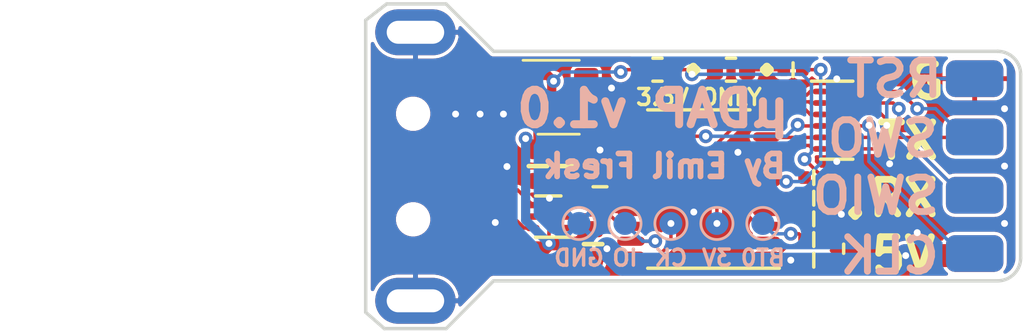
<source format=kicad_pcb>
(kicad_pcb (version 20171130) (host pcbnew 5.1.4)

  (general
    (thickness 0.7)
    (drawings 28)
    (tracks 230)
    (zones 0)
    (modules 24)
    (nets 34)
  )

  (page A4)
  (layers
    (0 F.Cu signal)
    (31 B.Cu signal)
    (32 B.Adhes user)
    (33 F.Adhes user)
    (34 B.Paste user)
    (35 F.Paste user)
    (36 B.SilkS user)
    (37 F.SilkS user)
    (38 B.Mask user)
    (39 F.Mask user)
    (40 Dwgs.User user)
    (41 Cmts.User user)
    (42 Eco1.User user)
    (43 Eco2.User user)
    (44 Edge.Cuts user)
    (45 Margin user)
    (46 B.CrtYd user)
    (47 F.CrtYd user)
    (48 B.Fab user)
    (49 F.Fab user)
  )

  (setup
    (last_trace_width 0.15)
    (user_trace_width 0.15)
    (user_trace_width 0.4)
    (user_trace_width 0.6)
    (trace_clearance 0.15)
    (zone_clearance 0.15)
    (zone_45_only no)
    (trace_min 0.15)
    (via_size 0.6)
    (via_drill 0.3)
    (via_min_size 0.4)
    (via_min_drill 0.3)
    (uvia_size 0.3)
    (uvia_drill 0.1)
    (uvias_allowed no)
    (uvia_min_size 0.2)
    (uvia_min_drill 0.1)
    (edge_width 0.15)
    (segment_width 0.15)
    (pcb_text_width 0.3)
    (pcb_text_size 1.5 1.5)
    (mod_edge_width 0.1)
    (mod_text_size 0.6 0.6)
    (mod_text_width 0.15)
    (pad_size 1.524 1.524)
    (pad_drill 0.762)
    (pad_to_mask_clearance 0.05)
    (solder_mask_min_width 0.07)
    (aux_axis_origin 0 0)
    (visible_elements FFFFFFFF)
    (pcbplotparams
      (layerselection 0x011f8_ffffffff)
      (usegerberextensions false)
      (usegerberattributes false)
      (usegerberadvancedattributes false)
      (creategerberjobfile false)
      (excludeedgelayer true)
      (linewidth 0.100000)
      (plotframeref false)
      (viasonmask false)
      (mode 1)
      (useauxorigin false)
      (hpglpennumber 1)
      (hpglpenspeed 20)
      (hpglpendiameter 15.000000)
      (psnegative false)
      (psa4output false)
      (plotreference true)
      (plotvalue true)
      (plotinvisibletext false)
      (padsonsilk false)
      (subtractmaskfromsilk true)
      (outputformat 1)
      (mirror false)
      (drillshape 0)
      (scaleselection 1)
      (outputdirectory "gerbers/"))
  )

  (net 0 "")
  (net 1 +3V3)
  (net 2 GND)
  (net 3 +5V)
  (net 4 /DM)
  (net 5 /DP)
  (net 6 "Net-(U2-Pad4)")
  (net 7 "Net-(F1-Pad1)")
  (net 8 /core/DP_P)
  (net 9 /core/BOOT0)
  (net 10 /core/SWCLK)
  (net 11 /core/SWDIO)
  (net 12 /core/DM_P)
  (net 13 /core/NRST)
  (net 14 "Net-(D2-Pad2)")
  (net 15 /core/TGT_SWOo)
  (net 16 /core/TGT_SWDIOo)
  (net 17 /core/TGT_SWCLKo)
  (net 18 /core/TGT_TXo)
  (net 19 /core/TGT_RXo)
  (net 20 /core/TGT_RSTo)
  (net 21 /core/LED0)
  (net 22 /core/LED1)
  (net 23 /core/TGT_TX)
  (net 24 /core/TGT_RX)
  (net 25 /core/TGT_SWCLK)
  (net 26 /core/TGT_RST)
  (net 27 /core/TGT_SWDIO)
  (net 28 /core/TGT_SWO)
  (net 29 "Net-(U202-Pad3)")
  (net 30 "Net-(U202-Pad2)")
  (net 31 "Net-(U202-Pad10)")
  (net 32 "Net-(D1-Pad1)")
  (net 33 "Net-(D201-Pad1)")

  (net_class Default "This is the default net class."
    (clearance 0.15)
    (trace_width 0.15)
    (via_dia 0.6)
    (via_drill 0.3)
    (uvia_dia 0.3)
    (uvia_drill 0.1)
    (add_net /DM)
    (add_net /DP)
    (add_net /core/BOOT0)
    (add_net /core/DM_P)
    (add_net /core/DP_P)
    (add_net /core/LED0)
    (add_net /core/LED1)
    (add_net /core/NRST)
    (add_net /core/SWCLK)
    (add_net /core/SWDIO)
    (add_net /core/TGT_RST)
    (add_net /core/TGT_RSTo)
    (add_net /core/TGT_RX)
    (add_net /core/TGT_RXo)
    (add_net /core/TGT_SWCLK)
    (add_net /core/TGT_SWCLKo)
    (add_net /core/TGT_SWDIO)
    (add_net /core/TGT_SWDIOo)
    (add_net /core/TGT_SWO)
    (add_net /core/TGT_SWOo)
    (add_net /core/TGT_TX)
    (add_net /core/TGT_TXo)
    (add_net GND)
    (add_net "Net-(D1-Pad1)")
    (add_net "Net-(D2-Pad2)")
    (add_net "Net-(D201-Pad1)")
    (add_net "Net-(F1-Pad1)")
    (add_net "Net-(U2-Pad4)")
    (add_net "Net-(U202-Pad10)")
    (add_net "Net-(U202-Pad2)")
    (add_net "Net-(U202-Pad3)")
  )

  (net_class Power ""
    (clearance 0.15)
    (trace_width 0.6)
    (via_dia 0.6)
    (via_drill 0.3)
    (uvia_dia 0.3)
    (uvia_drill 0.1)
    (add_net +3V3)
    (add_net +5V)
  )

  (module usb:USB_A_1001-011-01101 (layer F.Cu) (tedit 5AC0FAAF) (tstamp 5D603965)
    (at 90.17 106.0196 270)
    (descr "USB A connector, http://cdn-reichelt.de/documents/datenblatt/C100/USBAW%23ASS.pdf")
    (tags "USB A")
    (path /5D5A7340)
    (fp_text reference P101 (at -6 -1.7 90) (layer F.SilkS) hide
      (effects (font (size 0.6 0.6) (thickness 0.13)))
    )
    (fp_text value USB_A (at 3.55 15.1 90) (layer F.Fab)
      (effects (font (size 1 1) (thickness 0.15)))
    )
    (fp_text user "PCB edge" (at 0.2 4 90) (layer Dwgs.User)
      (effects (font (size 0.5 0.5) (thickness 0.075)))
    )
    (fp_text user %R (at -0.1 2.8 90) (layer F.Fab)
      (effects (font (size 1 1) (thickness 0.15)))
    )
    (fp_line (start 6.6 4.6) (end -6.7 4.6) (layer Dwgs.User) (width 0.12))
    (fp_line (start -5.5 -1.05) (end -6.7 0.15) (layer F.Fab) (width 0.15))
    (fp_line (start 6.6 -1.05) (end -5.5 -1.05) (layer F.Fab) (width 0.15))
    (fp_line (start 6.6 20) (end 6.6 -1.05) (layer F.Fab) (width 0.15))
    (fp_line (start -6.7 20) (end 6.6 20) (layer F.Fab) (width 0.15))
    (fp_line (start -6.7 0.15) (end -6.7 20) (layer F.Fab) (width 0.15))
    (fp_line (start -7.1 -2.2) (end 7.1 -2.2) (layer F.CrtYd) (width 0.05))
    (fp_line (start -7.1 -2.2) (end -7.1 13.2) (layer F.CrtYd) (width 0.05))
    (fp_line (start 7.1 13.2) (end 7.1 -2.2) (layer F.CrtYd) (width 0.05))
    (fp_line (start 7.1 13.2) (end -7.1 13.2) (layer F.CrtYd) (width 0.05))
    (pad "" np_thru_hole circle (at -2.3 2.1 180) (size 1.2 1.2) (drill 1.2) (layers *.Cu *.Mask))
    (pad "" np_thru_hole circle (at 2.3 2.1 180) (size 1.2 1.2) (drill 1.2) (layers *.Cu *.Mask))
    (pad 1 smd roundrect (at 3.56 -0.75 180) (size 2.5 1.2) (layers F.Cu F.Mask) (roundrect_rratio 0.25)
      (net 3 +5V))
    (pad 2 smd roundrect (at 1.02 -0.75 180) (size 2.5 1.2) (layers F.Cu F.Mask) (roundrect_rratio 0.25)
      (net 4 /DM))
    (pad 3 smd roundrect (at -1.01 -0.75 180) (size 2.5 1.2) (layers F.Cu F.Mask) (roundrect_rratio 0.25)
      (net 5 /DP))
    (pad 4 smd roundrect (at -3.55 -0.75 180) (size 2.5 1.2) (layers F.Cu F.Mask) (roundrect_rratio 0.25)
      (net 2 GND))
    (pad 5 thru_hole oval (at 5.85 2 180) (size 3.5 2) (drill oval 2.5 1) (layers *.Cu *.Mask)
      (net 2 GND))
    (pad 5 thru_hole oval (at -5.85 2 180) (size 3.5 2) (drill oval 2.5 1) (layers *.Cu *.Mask)
      (net 2 GND))
    (model ${KIPRJMOD}/kicad_libs/3dmodels/step/1001-011-01101.step
      (offset (xyz 0 -19.6 0.9))
      (scale (xyz 1 1 1))
      (rotate (xyz 0 -180 0))
    )
  )

  (module sot:SOT-23-5 (layer F.Cu) (tedit 5C34806B) (tstamp 5D521C9F)
    (at 94.4 103)
    (descr "5-pin SOT23 package")
    (tags SOT-23-5)
    (path /5ABFD4E7/5ABD702A)
    (attr smd)
    (fp_text reference U2 (at 0 2.2) (layer F.SilkS) hide
      (effects (font (size 0.6 0.6) (thickness 0.13)))
    )
    (fp_text value MIC5245-3.3YM5 (at 1.3 0 90) (layer F.Fab)
      (effects (font (size 0.3 0.3) (thickness 0.05)))
    )
    (fp_line (start 0.9 -1.55) (end 0.9 1.55) (layer F.Fab) (width 0.15))
    (fp_line (start 0.9 1.55) (end -0.9 1.55) (layer F.Fab) (width 0.15))
    (fp_line (start -0.9 -0.9) (end -0.9 1.55) (layer F.Fab) (width 0.15))
    (fp_line (start 0.9 -1.55) (end -0.25 -1.55) (layer F.Fab) (width 0.15))
    (fp_line (start -0.9 -0.9) (end -0.25 -1.55) (layer F.Fab) (width 0.15))
    (fp_line (start -1.9 1.8) (end -1.9 -1.8) (layer F.CrtYd) (width 0.05))
    (fp_line (start 1.9 1.8) (end -1.9 1.8) (layer F.CrtYd) (width 0.05))
    (fp_line (start 1.9 -1.8) (end 1.9 1.8) (layer F.CrtYd) (width 0.05))
    (fp_line (start -1.9 -1.8) (end 1.9 -1.8) (layer F.CrtYd) (width 0.05))
    (fp_line (start 0.9 -1.61) (end -1.55 -1.61) (layer F.SilkS) (width 0.12))
    (fp_line (start -0.9 1.61) (end 0.9 1.61) (layer F.SilkS) (width 0.12))
    (fp_text user %R (at 0 0 90) (layer F.Fab)
      (effects (font (size 0.6 0.6) (thickness 0.1)))
    )
    (pad 5 smd roundrect (at 1.2 -0.95) (size 1.06 0.65) (layers F.Cu F.Paste F.Mask) (roundrect_rratio 0.25)
      (net 1 +3V3))
    (pad 4 smd roundrect (at 1.2 0.95) (size 1.06 0.65) (layers F.Cu F.Paste F.Mask) (roundrect_rratio 0.25)
      (net 6 "Net-(U2-Pad4)"))
    (pad 3 smd roundrect (at -1.2 0.95) (size 1.06 0.65) (layers F.Cu F.Paste F.Mask) (roundrect_rratio 0.25)
      (net 3 +5V))
    (pad 2 smd roundrect (at -1.2 0) (size 1.06 0.65) (layers F.Cu F.Paste F.Mask) (roundrect_rratio 0.25)
      (net 2 GND))
    (pad 1 smd roundrect (at -1.2 -0.95) (size 1.06 0.65) (layers F.Cu F.Paste F.Mask) (roundrect_rratio 0.25)
      (net 3 +5V))
    (model ${KISYS3DMOD}/Package_TO_SOT_SMD.3dshapes/SOT-23-5.step
      (at (xyz 0 0 0))
      (scale (xyz 1 1 1))
      (rotate (xyz 0 0 0))
    )
  )

  (module sop:TSSOP-20_4.4x6.5mm_P0.65mm (layer F.Cu) (tedit 5D51C1CF) (tstamp 5D522DA5)
    (at 100.5 107 180)
    (descr "20-Lead Plastic Thin Shrink Small Outline (ST)-4.4 mm Body [TSSOP] (see Microchip Packaging Specification 00000049BS.pdf)")
    (tags "SSOP 0.65")
    (path /5ABFD4E7/5D52BE9C)
    (attr smd)
    (fp_text reference U202 (at 0 -4.3) (layer F.SilkS) hide
      (effects (font (size 0.7 0.7) (thickness 0.13)))
    )
    (fp_text value STM32F042F6Px (at 0 3.7) (layer F.Fab)
      (effects (font (size 0.4 0.4) (thickness 0.07)))
    )
    (fp_text user %R (at 0 0) (layer F.Fab)
      (effects (font (size 0.6 0.6) (thickness 0.1)))
    )
    (fp_line (start -3.5 -3.45) (end 2.225 -3.45) (layer F.SilkS) (width 0.15))
    (fp_line (start -2.225 3.45) (end 2.225 3.45) (layer F.SilkS) (width 0.15))
    (fp_line (start -3.6 3.6) (end 3.6 3.6) (layer F.CrtYd) (width 0.05))
    (fp_line (start -3.6 -3.6) (end 3.6 -3.6) (layer F.CrtYd) (width 0.05))
    (fp_line (start 3.6 -3.6) (end 3.6 3.6) (layer F.CrtYd) (width 0.05))
    (fp_line (start -3.6 -3.6) (end -3.6 3.6) (layer F.CrtYd) (width 0.05))
    (fp_line (start -2.2 -2.25) (end -1.2 -3.25) (layer F.Fab) (width 0.15))
    (fp_line (start -2.2 3.25) (end -2.2 -2.25) (layer F.Fab) (width 0.15))
    (fp_line (start 2.2 3.25) (end -2.2 3.25) (layer F.Fab) (width 0.15))
    (fp_line (start 2.2 -3.25) (end 2.2 3.25) (layer F.Fab) (width 0.15))
    (fp_line (start -1.2 -3.25) (end 2.2 -3.25) (layer F.Fab) (width 0.15))
    (pad 20 smd oval (at 2.95 -2.925 180) (size 1.2 0.4) (layers F.Cu F.Paste F.Mask)
      (net 10 /core/SWCLK))
    (pad 19 smd oval (at 2.95 -2.275 180) (size 1.2 0.4) (layers F.Cu F.Paste F.Mask)
      (net 11 /core/SWDIO))
    (pad 18 smd oval (at 2.95 -1.625 180) (size 1.2 0.4) (layers F.Cu F.Paste F.Mask)
      (net 8 /core/DP_P))
    (pad 17 smd oval (at 2.95 -0.975 180) (size 1.2 0.4) (layers F.Cu F.Paste F.Mask)
      (net 12 /core/DM_P))
    (pad 16 smd oval (at 2.95 -0.325 180) (size 1.2 0.4) (layers F.Cu F.Paste F.Mask)
      (net 1 +3V3))
    (pad 15 smd oval (at 2.95 0.325 180) (size 1.2 0.4) (layers F.Cu F.Paste F.Mask)
      (net 2 GND))
    (pad 14 smd oval (at 2.95 0.975 180) (size 1.2 0.4) (layers F.Cu F.Paste F.Mask)
      (net 26 /core/TGT_RST))
    (pad 13 smd oval (at 2.95 1.625 180) (size 1.2 0.4) (layers F.Cu F.Paste F.Mask)
      (net 28 /core/TGT_SWO))
    (pad 12 smd oval (at 2.95 2.275 180) (size 1.2 0.4) (layers F.Cu F.Paste F.Mask)
      (net 25 /core/TGT_SWCLK))
    (pad 11 smd oval (at 2.95 2.925 180) (size 1.2 0.4) (layers F.Cu F.Paste F.Mask)
      (net 27 /core/TGT_SWDIO))
    (pad 10 smd oval (at -2.95 2.925 180) (size 1.2 0.4) (layers F.Cu F.Paste F.Mask)
      (net 31 "Net-(U202-Pad10)"))
    (pad 9 smd oval (at -2.95 2.275 180) (size 1.2 0.4) (layers F.Cu F.Paste F.Mask)
      (net 23 /core/TGT_TX))
    (pad 8 smd oval (at -2.95 1.625 180) (size 1.2 0.4) (layers F.Cu F.Paste F.Mask)
      (net 24 /core/TGT_RX))
    (pad 7 smd oval (at -2.95 0.975 180) (size 1.2 0.4) (layers F.Cu F.Paste F.Mask)
      (net 22 /core/LED1))
    (pad 6 smd oval (at -2.95 0.325 180) (size 1.2 0.4) (layers F.Cu F.Paste F.Mask)
      (net 21 /core/LED0))
    (pad 5 smd oval (at -2.95 -0.325 180) (size 1.2 0.4) (layers F.Cu F.Paste F.Mask)
      (net 1 +3V3))
    (pad 4 smd oval (at -2.95 -0.975 180) (size 1.2 0.4) (layers F.Cu F.Paste F.Mask)
      (net 13 /core/NRST))
    (pad 3 smd oval (at -2.95 -1.625 180) (size 1.2 0.4) (layers F.Cu F.Paste F.Mask)
      (net 29 "Net-(U202-Pad3)"))
    (pad 2 smd oval (at -2.95 -2.275 180) (size 1.2 0.4) (layers F.Cu F.Paste F.Mask)
      (net 30 "Net-(U202-Pad2)"))
    (pad 1 smd oval (at -2.95 -2.925 180) (size 1.2 0.4) (layers F.Cu F.Paste F.Mask)
      (net 9 /core/BOOT0))
    (model ${KISYS3DMOD}/Package_SO.3dshapes/TSSOP-20_4.4x6.5mm_P0.65mm.wrl
      (at (xyz 0 0 0))
      (scale (xyz 1 1 1))
      (rotate (xyz 0 0 0))
    )
  )

  (module passive:R_0402 (layer F.Cu) (tedit 5CA88E29) (tstamp 5D521C12)
    (at 104.6 101.8 180)
    (descr "Resistor SMD 0402 (1005 Metric), square (rectangular) end terminal, IPC_7351 nominal, (Body size source: http://www.tortai-tech.com/upload/download/2011102023233369053.pdf), generated with kicad-footprint-generator")
    (tags resistor)
    (path /5ABFD4E7/5ABD711F)
    (attr smd)
    (fp_text reference R1 (at -1.8 0) (layer F.SilkS) hide
      (effects (font (size 0.6 0.6) (thickness 0.13)))
    )
    (fp_text value 470 (at 0 0.45) (layer F.Fab)
      (effects (font (size 0.2 0.2) (thickness 0.03)))
    )
    (fp_line (start 0 -0.3) (end 0 0.3) (layer F.SilkS) (width 0.15))
    (fp_line (start -0.5 0.25) (end -0.5 -0.25) (layer F.Fab) (width 0.1))
    (fp_line (start -0.5 -0.25) (end 0.5 -0.25) (layer F.Fab) (width 0.1))
    (fp_line (start 0.5 -0.25) (end 0.5 0.25) (layer F.Fab) (width 0.1))
    (fp_line (start 0.5 0.25) (end -0.5 0.25) (layer F.Fab) (width 0.1))
    (fp_line (start -0.8 0.4) (end -0.8 -0.4) (layer F.CrtYd) (width 0.05))
    (fp_line (start -0.8 -0.4) (end 0.8 -0.4) (layer F.CrtYd) (width 0.05))
    (fp_line (start 0.8 -0.4) (end 0.8 0.4) (layer F.CrtYd) (width 0.05))
    (fp_line (start 0.8 0.4) (end -0.8 0.4) (layer F.CrtYd) (width 0.05))
    (fp_text user %R (at 0 0) (layer F.Fab)
      (effects (font (size 0.2 0.2) (thickness 0.03)))
    )
    (pad 1 smd roundrect (at -0.4 0 180) (size 0.55 0.55) (layers F.Cu F.Paste F.Mask) (roundrect_rratio 0.25)
      (net 21 /core/LED0))
    (pad 2 smd roundrect (at 0.4 0 180) (size 0.55 0.55) (layers F.Cu F.Paste F.Mask) (roundrect_rratio 0.25)
      (net 32 "Net-(D1-Pad1)"))
    (model ${KISYS3DMOD}/Resistor_SMD.3dshapes/R_0402_1005Metric.step
      (at (xyz 0 0 0))
      (scale (xyz 1 1 1))
      (rotate (xyz 0 0 0))
    )
  )

  (module dfn:DFN-12-1EP_1.35x3mm_P0.5mm (layer F.Cu) (tedit 5D51B941) (tstamp 5D521CD2)
    (at 106.5 104)
    (descr "DHC Package; 16-Lead Plastic DFN (5mm x 3mm) (see Linear Technology DFN_16_05-08-1706.pdf)")
    (tags "DFN 0.5")
    (path /5ABFD4E7/5D62525D)
    (attr smd)
    (fp_text reference U201 (at 0 -2.3) (layer F.SilkS) hide
      (effects (font (size 0.6 0.6) (thickness 0.13)))
    )
    (fp_text value NUF6401MNT1 (at 0 1.9) (layer F.Fab)
      (effects (font (size 0.3 0.3) (thickness 0.05)))
    )
    (fp_line (start -1.1 -1.7) (end 0.7 -1.7) (layer F.SilkS) (width 0.15))
    (fp_line (start -0.7 1.7) (end 0.7 1.7) (layer F.SilkS) (width 0.15))
    (fp_line (start -1.1 1.8) (end 1.1 1.8) (layer F.CrtYd) (width 0.05))
    (fp_line (start -1.1 -1.8) (end 1.1 -1.8) (layer F.CrtYd) (width 0.05))
    (fp_line (start 1.1 -1.8) (end 1.1 1.8) (layer F.CrtYd) (width 0.05))
    (fp_line (start -1.1 -1.8) (end -1.1 1.8) (layer F.CrtYd) (width 0.05))
    (fp_line (start -0.7 -1.1) (end -0.3 -1.5) (layer F.Fab) (width 0.15))
    (fp_line (start -0.7 1.5) (end -0.7 -1.1) (layer F.Fab) (width 0.15))
    (fp_line (start 0.7 1.5) (end -0.7 1.5) (layer F.Fab) (width 0.15))
    (fp_line (start 0.7 -1.5) (end 0.7 1.5) (layer F.Fab) (width 0.15))
    (fp_line (start -0.3 -1.5) (end 0.7 -1.5) (layer F.Fab) (width 0.15))
    (fp_text user %R (at 0 0 90) (layer F.Fab)
      (effects (font (size 0.4 0.4) (thickness 0.07)))
    )
    (pad 13 smd roundrect (at 0 0) (size 0.34 2.35) (layers F.Cu F.Paste F.Mask) (roundrect_rratio 0.25)
      (net 2 GND) (solder_paste_margin -0.1))
    (pad 12 smd roundrect (at 0.725 -1.25) (size 0.65 0.25) (layers F.Cu F.Paste F.Mask) (roundrect_rratio 0.5)
      (net 15 /core/TGT_SWOo))
    (pad 11 smd roundrect (at 0.725 -0.75) (size 0.65 0.25) (layers F.Cu F.Paste F.Mask) (roundrect_rratio 0.5)
      (net 16 /core/TGT_SWDIOo))
    (pad 10 smd roundrect (at 0.725 -0.25) (size 0.65 0.25) (layers F.Cu F.Paste F.Mask) (roundrect_rratio 0.5)
      (net 20 /core/TGT_RSTo))
    (pad 9 smd roundrect (at 0.725 0.25) (size 0.65 0.25) (layers F.Cu F.Paste F.Mask) (roundrect_rratio 0.5)
      (net 17 /core/TGT_SWCLKo))
    (pad 8 smd roundrect (at 0.725 0.75) (size 0.65 0.25) (layers F.Cu F.Paste F.Mask) (roundrect_rratio 0.5)
      (net 18 /core/TGT_TXo))
    (pad 7 smd roundrect (at 0.725 1.25) (size 0.65 0.25) (layers F.Cu F.Paste F.Mask) (roundrect_rratio 0.5)
      (net 19 /core/TGT_RXo))
    (pad 6 smd roundrect (at -0.725 1.25) (size 0.65 0.25) (layers F.Cu F.Paste F.Mask) (roundrect_rratio 0.5)
      (net 24 /core/TGT_RX))
    (pad 5 smd roundrect (at -0.725 0.75) (size 0.65 0.25) (layers F.Cu F.Paste F.Mask) (roundrect_rratio 0.5)
      (net 23 /core/TGT_TX))
    (pad 4 smd roundrect (at -0.725 0.25) (size 0.65 0.25) (layers F.Cu F.Paste F.Mask) (roundrect_rratio 0.5)
      (net 25 /core/TGT_SWCLK))
    (pad 3 smd roundrect (at -0.725 -0.25) (size 0.65 0.25) (layers F.Cu F.Paste F.Mask) (roundrect_rratio 0.5)
      (net 26 /core/TGT_RST))
    (pad 2 smd roundrect (at -0.725 -0.75) (size 0.65 0.25) (layers F.Cu F.Paste F.Mask) (roundrect_rratio 0.5)
      (net 27 /core/TGT_SWDIO))
    (pad 1 smd roundrect (at -0.725 -1.25) (size 0.65 0.25) (layers F.Cu F.Paste F.Mask) (roundrect_rratio 0.5)
      (net 28 /core/TGT_SWO))
    (model ${KISYS3DMOD}/Package_DFN_QFN.3dshapes/TDFN-12_2x3mm_P0.5mm.step
      (at (xyz 0 0 0))
      (scale (xyz 0.8 1 1))
      (rotate (xyz 0 0 0))
    )
  )

  (module dfn:DFN-6-1EP_1.2x1.6mm_P0.5mm (layer F.Cu) (tedit 5ABF4DC5) (tstamp 5D521CB5)
    (at 94 108.2 180)
    (descr "DC6 Package; 6-Lead Plastic DFN (2mm x 2mm) (see Linear Technology DFN_6_05-08-1703.pdf)")
    (tags "DFN 0.5")
    (path /5ABFD4E7/5ABD71A7)
    (attr smd)
    (fp_text reference U4 (at 0 -1.5) (layer F.SilkS) hide
      (effects (font (size 0.6 0.6) (thickness 0.13)))
    )
    (fp_text value NUF2042XV6T1G (at 0 1.4) (layer F.Fab)
      (effects (font (size 0.3 0.3) (thickness 0.05)))
    )
    (fp_line (start -1 -0.9) (end 0.6 -0.9) (layer F.SilkS) (width 0.15))
    (fp_line (start -0.5 0.9) (end 0.6 0.9) (layer F.SilkS) (width 0.15))
    (fp_line (start -1.1 0.9) (end 1.1 0.9) (layer F.CrtYd) (width 0.05))
    (fp_line (start -1.1 -0.9) (end 1.1 -0.9) (layer F.CrtYd) (width 0.05))
    (fp_line (start 1.1 -0.9) (end 1.1 0.9) (layer F.CrtYd) (width 0.05))
    (fp_line (start -1.1 -0.9) (end -1.1 0.9) (layer F.CrtYd) (width 0.05))
    (fp_line (start -0.7 -0.4) (end -0.3 -0.8) (layer F.Fab) (width 0.15))
    (fp_line (start -0.7 0.8) (end -0.7 -0.4) (layer F.Fab) (width 0.15))
    (fp_line (start 0.7 0.8) (end -0.7 0.8) (layer F.Fab) (width 0.15))
    (fp_line (start 0.7 -0.8) (end 0.7 0.8) (layer F.Fab) (width 0.15))
    (fp_line (start -0.3 -0.8) (end 0.7 -0.8) (layer F.Fab) (width 0.15))
    (fp_text user %R (at 0 0 90) (layer F.Fab)
      (effects (font (size 0.4 0.4) (thickness 0.05)))
    )
    (pad 6 smd roundrect (at 0.725 -0.5 180) (size 0.6 0.28) (layers F.Cu F.Paste F.Mask) (roundrect_rratio 0.5)
      (net 5 /DP))
    (pad 5 smd roundrect (at 0.725 0 180) (size 0.6 0.28) (layers F.Cu F.Paste F.Mask) (roundrect_rratio 0.5)
      (net 3 +5V))
    (pad 4 smd roundrect (at 0.725 0.5 180) (size 0.6 0.28) (layers F.Cu F.Paste F.Mask) (roundrect_rratio 0.5)
      (net 4 /DM))
    (pad 3 smd roundrect (at -0.725 0.5 180) (size 0.6 0.28) (layers F.Cu F.Paste F.Mask) (roundrect_rratio 0.5)
      (net 12 /core/DM_P))
    (pad 2 smd roundrect (at -0.725 0 180) (size 0.6 0.28) (layers F.Cu F.Paste F.Mask) (roundrect_rratio 0.5)
      (net 2 GND))
    (pad 1 smd roundrect (at -0.725 -0.5 180) (size 0.6 0.28) (layers F.Cu F.Paste F.Mask) (roundrect_rratio 0.5)
      (net 8 /core/DP_P))
    (model ${KIPRJMOD}/kicad_libs/3dmodels/step/SOT563.step
      (at (xyz 0 0 0))
      (scale (xyz 1 1 1))
      (rotate (xyz 0 0 0))
    )
  )

  (module TestPoint:TestPoint_Pad_D1.0mm (layer B.Cu) (tedit 5A0F774F) (tstamp 5D521C8A)
    (at 103.2855 108.5)
    (descr "SMD pad as test Point, diameter 1.0mm")
    (tags "test point SMD pad")
    (path /5ABFD4E7/5D615345)
    (attr virtual)
    (fp_text reference TP202 (at 0 1.448) (layer B.SilkS) hide
      (effects (font (size 1 1) (thickness 0.15)) (justify mirror))
    )
    (fp_text value Test_Point (at 0 -1.55) (layer B.Fab)
      (effects (font (size 1 1) (thickness 0.15)) (justify mirror))
    )
    (fp_circle (center 0 0) (end 0 -0.7) (layer B.SilkS) (width 0.12))
    (fp_circle (center 0 0) (end 1 0) (layer B.CrtYd) (width 0.05))
    (fp_text user %R (at 0 1.45) (layer B.Fab)
      (effects (font (size 1 1) (thickness 0.15)) (justify mirror))
    )
    (pad 1 smd circle (at 0 0) (size 1 1) (layers B.Cu B.Mask)
      (net 9 /core/BOOT0))
  )

  (module TestPoint:TestPoint_Pad_D1.0mm (layer B.Cu) (tedit 5A0F774F) (tstamp 5D521C82)
    (at 101.2855 108.5)
    (descr "SMD pad as test Point, diameter 1.0mm")
    (tags "test point SMD pad")
    (path /5ABFD4E7/5D61D37D)
    (attr virtual)
    (fp_text reference TP201 (at 0 1.448) (layer B.SilkS) hide
      (effects (font (size 1 1) (thickness 0.15)) (justify mirror))
    )
    (fp_text value Test_Point (at 0 -1.55) (layer B.Fab)
      (effects (font (size 1 1) (thickness 0.15)) (justify mirror))
    )
    (fp_circle (center 0 0) (end 0 -0.7) (layer B.SilkS) (width 0.12))
    (fp_circle (center 0 0) (end 1 0) (layer B.CrtYd) (width 0.05))
    (fp_text user %R (at 0 1.45) (layer B.Fab)
      (effects (font (size 1 1) (thickness 0.15)) (justify mirror))
    )
    (pad 1 smd circle (at 0 0) (size 1 1) (layers B.Cu B.Mask)
      (net 1 +3V3))
  )

  (module TestPoint:TestPoint_Pad_D1.0mm (layer B.Cu) (tedit 5A0F774F) (tstamp 5D521C7A)
    (at 95.2855 108.5)
    (descr "SMD pad as test Point, diameter 1.0mm")
    (tags "test point SMD pad")
    (path /5ABFD4E7/5ABD70D3)
    (attr virtual)
    (fp_text reference TP3 (at 0 1.448) (layer B.SilkS) hide
      (effects (font (size 1 1) (thickness 0.15)) (justify mirror))
    )
    (fp_text value Test_Point (at 0 -1.55) (layer B.Fab)
      (effects (font (size 1 1) (thickness 0.15)) (justify mirror))
    )
    (fp_circle (center 0 0) (end 0 -0.7) (layer B.SilkS) (width 0.12))
    (fp_circle (center 0 0) (end 1 0) (layer B.CrtYd) (width 0.05))
    (fp_text user %R (at 0 1.45) (layer B.Fab)
      (effects (font (size 1 1) (thickness 0.15)) (justify mirror))
    )
    (pad 1 smd circle (at 0 0) (size 1 1) (layers B.Cu B.Mask)
      (net 2 GND))
  )

  (module TestPoint:TestPoint_Pad_D1.0mm (layer B.Cu) (tedit 5A0F774F) (tstamp 5D521C72)
    (at 99.2855 108.5)
    (descr "SMD pad as test Point, diameter 1.0mm")
    (tags "test point SMD pad")
    (path /5ABFD4E7/5ABD70C5)
    (attr virtual)
    (fp_text reference TP2 (at 0 1.448) (layer B.SilkS) hide
      (effects (font (size 1 1) (thickness 0.15)) (justify mirror))
    )
    (fp_text value Test_Point (at 0 -1.55) (layer B.Fab)
      (effects (font (size 1 1) (thickness 0.15)) (justify mirror))
    )
    (fp_circle (center 0 0) (end 0 -0.7) (layer B.SilkS) (width 0.12))
    (fp_circle (center 0 0) (end 1 0) (layer B.CrtYd) (width 0.05))
    (fp_text user %R (at 0 1.45) (layer B.Fab)
      (effects (font (size 1 1) (thickness 0.15)) (justify mirror))
    )
    (pad 1 smd circle (at 0 0) (size 1 1) (layers B.Cu B.Mask)
      (net 10 /core/SWCLK))
  )

  (module TestPoint:TestPoint_Pad_D1.0mm (layer B.Cu) (tedit 5A0F774F) (tstamp 5D521C6A)
    (at 97.2855 108.5)
    (descr "SMD pad as test Point, diameter 1.0mm")
    (tags "test point SMD pad")
    (path /5ABFD4E7/5ABD70BE)
    (attr virtual)
    (fp_text reference TP1 (at 0 1.448) (layer B.SilkS) hide
      (effects (font (size 1 1) (thickness 0.15)) (justify mirror))
    )
    (fp_text value Test_Point (at 0 -1.55) (layer B.Fab)
      (effects (font (size 1 1) (thickness 0.15)) (justify mirror))
    )
    (fp_circle (center 0 0) (end 0 -0.7) (layer B.SilkS) (width 0.12))
    (fp_circle (center 0 0) (end 1 0) (layer B.CrtYd) (width 0.05))
    (fp_text user %R (at 0 1.45) (layer B.Fab)
      (effects (font (size 1 1) (thickness 0.15)) (justify mirror))
    )
    (pad 1 smd circle (at 0 0) (size 1 1) (layers B.Cu B.Mask)
      (net 11 /core/SWDIO))
  )

  (module passive:R_0402 (layer F.Cu) (tedit 5CA88E29) (tstamp 5D521C52)
    (at 105.5 106.5)
    (descr "Resistor SMD 0402 (1005 Metric), square (rectangular) end terminal, IPC_7351 nominal, (Body size source: http://www.tortai-tech.com/upload/download/2011102023233369053.pdf), generated with kicad-footprint-generator")
    (tags resistor)
    (path /5ABFD4E7/5D5ECA56)
    (attr smd)
    (fp_text reference R202 (at -1.8 0) (layer F.SilkS) hide
      (effects (font (size 0.6 0.6) (thickness 0.13)))
    )
    (fp_text value 470 (at 0 0.45) (layer F.Fab)
      (effects (font (size 0.2 0.2) (thickness 0.03)))
    )
    (fp_line (start 0 -0.3) (end 0 0.3) (layer F.SilkS) (width 0.15))
    (fp_line (start -0.5 0.25) (end -0.5 -0.25) (layer F.Fab) (width 0.1))
    (fp_line (start -0.5 -0.25) (end 0.5 -0.25) (layer F.Fab) (width 0.1))
    (fp_line (start 0.5 -0.25) (end 0.5 0.25) (layer F.Fab) (width 0.1))
    (fp_line (start 0.5 0.25) (end -0.5 0.25) (layer F.Fab) (width 0.1))
    (fp_line (start -0.8 0.4) (end -0.8 -0.4) (layer F.CrtYd) (width 0.05))
    (fp_line (start -0.8 -0.4) (end 0.8 -0.4) (layer F.CrtYd) (width 0.05))
    (fp_line (start 0.8 -0.4) (end 0.8 0.4) (layer F.CrtYd) (width 0.05))
    (fp_line (start 0.8 0.4) (end -0.8 0.4) (layer F.CrtYd) (width 0.05))
    (fp_text user %R (at 0 0) (layer F.Fab)
      (effects (font (size 0.2 0.2) (thickness 0.03)))
    )
    (pad 1 smd roundrect (at -0.4 0) (size 0.55 0.55) (layers F.Cu F.Paste F.Mask) (roundrect_rratio 0.25)
      (net 22 /core/LED1))
    (pad 2 smd roundrect (at 0.4 0) (size 0.55 0.55) (layers F.Cu F.Paste F.Mask) (roundrect_rratio 0.25)
      (net 33 "Net-(D201-Pad1)"))
    (model ${KISYS3DMOD}/Resistor_SMD.3dshapes/R_0402_1005Metric.step
      (at (xyz 0 0 0))
      (scale (xyz 1 1 1))
      (rotate (xyz 0 0 0))
    )
  )

  (module passive:R_0402 (layer F.Cu) (tedit 5CA88E29) (tstamp 5D521C42)
    (at 105.5 109.2)
    (descr "Resistor SMD 0402 (1005 Metric), square (rectangular) end terminal, IPC_7351 nominal, (Body size source: http://www.tortai-tech.com/upload/download/2011102023233369053.pdf), generated with kicad-footprint-generator")
    (tags resistor)
    (path /5ABFD4E7/5D60E08E)
    (attr smd)
    (fp_text reference R201 (at -1.8 0) (layer F.SilkS) hide
      (effects (font (size 0.6 0.6) (thickness 0.13)))
    )
    (fp_text value 5.1k (at 0 0.45) (layer F.Fab)
      (effects (font (size 0.2 0.2) (thickness 0.03)))
    )
    (fp_line (start 0 -0.3) (end 0 0.3) (layer F.SilkS) (width 0.15))
    (fp_line (start -0.5 0.25) (end -0.5 -0.25) (layer F.Fab) (width 0.1))
    (fp_line (start -0.5 -0.25) (end 0.5 -0.25) (layer F.Fab) (width 0.1))
    (fp_line (start 0.5 -0.25) (end 0.5 0.25) (layer F.Fab) (width 0.1))
    (fp_line (start 0.5 0.25) (end -0.5 0.25) (layer F.Fab) (width 0.1))
    (fp_line (start -0.8 0.4) (end -0.8 -0.4) (layer F.CrtYd) (width 0.05))
    (fp_line (start -0.8 -0.4) (end 0.8 -0.4) (layer F.CrtYd) (width 0.05))
    (fp_line (start 0.8 -0.4) (end 0.8 0.4) (layer F.CrtYd) (width 0.05))
    (fp_line (start 0.8 0.4) (end -0.8 0.4) (layer F.CrtYd) (width 0.05))
    (fp_text user %R (at 0 0) (layer F.Fab)
      (effects (font (size 0.2 0.2) (thickness 0.03)))
    )
    (pad 1 smd roundrect (at -0.4 0) (size 0.55 0.55) (layers F.Cu F.Paste F.Mask) (roundrect_rratio 0.25)
      (net 9 /core/BOOT0))
    (pad 2 smd roundrect (at 0.4 0) (size 0.55 0.55) (layers F.Cu F.Paste F.Mask) (roundrect_rratio 0.25)
      (net 2 GND))
    (model ${KISYS3DMOD}/Resistor_SMD.3dshapes/R_0402_1005Metric.step
      (at (xyz 0 0 0))
      (scale (xyz 1 1 1))
      (rotate (xyz 0 0 0))
    )
  )

  (module passive:R_0402 (layer F.Cu) (tedit 5CA88E29) (tstamp 5D521C22)
    (at 105.5 110.1)
    (descr "Resistor SMD 0402 (1005 Metric), square (rectangular) end terminal, IPC_7351 nominal, (Body size source: http://www.tortai-tech.com/upload/download/2011102023233369053.pdf), generated with kicad-footprint-generator")
    (tags resistor)
    (path /5ABFD4E7/5BF3743D)
    (attr smd)
    (fp_text reference R2 (at -1.8 0) (layer F.SilkS) hide
      (effects (font (size 0.6 0.6) (thickness 0.13)))
    )
    (fp_text value 470 (at 0 0.45) (layer F.Fab)
      (effects (font (size 0.2 0.2) (thickness 0.03)))
    )
    (fp_line (start 0 -0.3) (end 0 0.3) (layer F.SilkS) (width 0.15))
    (fp_line (start -0.5 0.25) (end -0.5 -0.25) (layer F.Fab) (width 0.1))
    (fp_line (start -0.5 -0.25) (end 0.5 -0.25) (layer F.Fab) (width 0.1))
    (fp_line (start 0.5 -0.25) (end 0.5 0.25) (layer F.Fab) (width 0.1))
    (fp_line (start 0.5 0.25) (end -0.5 0.25) (layer F.Fab) (width 0.1))
    (fp_line (start -0.8 0.4) (end -0.8 -0.4) (layer F.CrtYd) (width 0.05))
    (fp_line (start -0.8 -0.4) (end 0.8 -0.4) (layer F.CrtYd) (width 0.05))
    (fp_line (start 0.8 -0.4) (end 0.8 0.4) (layer F.CrtYd) (width 0.05))
    (fp_line (start 0.8 0.4) (end -0.8 0.4) (layer F.CrtYd) (width 0.05))
    (fp_text user %R (at 0 0) (layer F.Fab)
      (effects (font (size 0.2 0.2) (thickness 0.03)))
    )
    (pad 1 smd roundrect (at -0.4 0) (size 0.55 0.55) (layers F.Cu F.Paste F.Mask) (roundrect_rratio 0.25)
      (net 7 "Net-(F1-Pad1)"))
    (pad 2 smd roundrect (at 0.4 0) (size 0.55 0.55) (layers F.Cu F.Paste F.Mask) (roundrect_rratio 0.25)
      (net 14 "Net-(D2-Pad2)"))
    (model ${KISYS3DMOD}/Resistor_SMD.3dshapes/R_0402_1005Metric.step
      (at (xyz 0 0 0))
      (scale (xyz 1 1 1))
      (rotate (xyz 0 0 0))
    )
  )

  (module connectors:2x4_2.54mm_side (layer F.Cu) (tedit 5A798188) (tstamp 5D522796)
    (at 112.5 106 90)
    (path /5ABFD4E7/5D65044F)
    (fp_text reference J201 (at 0 2.54 90) (layer F.SilkS) hide
      (effects (font (size 1 1) (thickness 0.15)))
    )
    (fp_text value Conn_02x04_Counter_Clockwise (at 0 -2.54 90) (layer F.Fab) hide
      (effects (font (size 1 1) (thickness 0.15)))
    )
    (pad 8 smd roundrect (at 3.81 0 90) (size 1.6 2.5) (layers B.Cu B.Mask) (roundrect_rratio 0.25)
      (net 20 /core/TGT_RSTo))
    (pad 7 smd roundrect (at 1.27 0 90) (size 1.6 2.5) (layers B.Cu B.Mask) (roundrect_rratio 0.25)
      (net 15 /core/TGT_SWOo))
    (pad 6 smd roundrect (at -1.27 0 90) (size 1.6 2.5) (layers B.Cu B.Mask) (roundrect_rratio 0.25)
      (net 16 /core/TGT_SWDIOo))
    (pad 5 smd roundrect (at -3.81 0 90) (size 1.6 2.5) (layers B.Cu B.Mask) (roundrect_rratio 0.25)
      (net 17 /core/TGT_SWCLKo))
    (pad 4 smd roundrect (at 3.81 0 90) (size 1.6 2.5) (layers F.Cu F.Mask) (roundrect_rratio 0.25)
      (net 2 GND))
    (pad 3 smd roundrect (at 1.27 0 90) (size 1.6 2.5) (layers F.Cu F.Mask) (roundrect_rratio 0.25)
      (net 18 /core/TGT_TXo))
    (pad 2 smd roundrect (at -1.27 0 90) (size 1.6 2.5) (layers F.Cu F.Mask) (roundrect_rratio 0.25)
      (net 19 /core/TGT_RXo))
    (pad 1 smd roundrect (at -3.81 0 90) (size 1.6 2.5) (layers F.Cu F.Mask) (roundrect_rratio 0.25)
      (net 7 "Net-(F1-Pad1)"))
    (model ${KISYS3DMOD}/Connector_PinHeader_2.54mm.3dshapes/PinHeader_2x04_P2.54mm_Vertical.wrl
      (offset (xyz 3.8 -2.5 0.4))
      (scale (xyz 1 1 1))
      (rotate (xyz 0 -90 90))
    )
  )

  (module passive:R_0603 (layer F.Cu) (tedit 5CA88E00) (tstamp 5D523C92)
    (at 95.9 109.4 90)
    (descr "Resistor SMD 0603 (1608 Metric), square (rectangular) end terminal, IPC_7351 nominal, (Body size source: http://www.tortai-tech.com/upload/download/2011102023233369053.pdf), generated with kicad-footprint-generator")
    (tags resistor)
    (path /5ABFD4E7/5ABD7179)
    (attr smd)
    (fp_text reference F1 (at -1.9 0 90) (layer F.SilkS) hide
      (effects (font (size 0.6 0.6) (thickness 0.13)))
    )
    (fp_text value MF-FSMF050X-2 (at 0 0.7 90) (layer F.Fab)
      (effects (font (size 0.3 0.3) (thickness 0.05)))
    )
    (fp_line (start 0 -0.4) (end 0 0.4) (layer F.SilkS) (width 0.2))
    (fp_text user %R (at 0 0 90) (layer F.Fab)
      (effects (font (size 0.3 0.3) (thickness 0.05)))
    )
    (fp_line (start 1.15 0.55) (end -1.15 0.55) (layer F.CrtYd) (width 0.05))
    (fp_line (start 1.15 -0.55) (end 1.15 0.55) (layer F.CrtYd) (width 0.05))
    (fp_line (start -1.15 -0.55) (end 1.15 -0.55) (layer F.CrtYd) (width 0.05))
    (fp_line (start -1.15 0.55) (end -1.15 -0.55) (layer F.CrtYd) (width 0.05))
    (fp_line (start 0.8 0.4) (end -0.8 0.4) (layer F.Fab) (width 0.1))
    (fp_line (start 0.8 -0.4) (end 0.8 0.4) (layer F.Fab) (width 0.1))
    (fp_line (start -0.8 -0.4) (end 0.8 -0.4) (layer F.Fab) (width 0.1))
    (fp_line (start -0.8 0.4) (end -0.8 -0.4) (layer F.Fab) (width 0.1))
    (pad 2 smd roundrect (at 0.65 0 90) (size 0.7 0.85) (layers F.Cu F.Paste F.Mask) (roundrect_rratio 0.25)
      (net 3 +5V))
    (pad 1 smd roundrect (at -0.65 0 90) (size 0.7 0.85) (layers F.Cu F.Paste F.Mask) (roundrect_rratio 0.25)
      (net 7 "Net-(F1-Pad1)"))
    (model ${KISYS3DMOD}/Resistor_SMD.3dshapes/R_0603_1608Metric.step
      (at (xyz 0 0 0))
      (scale (xyz 1 1 1))
      (rotate (xyz 0 0 0))
    )
  )

  (module leds:LEDC1608X60 (layer F.Cu) (tedit 5ABF5788) (tstamp 5D5F05E0)
    (at 98.7 101.8 180)
    (descr "LED,Chip;1.60mm L X 0.80mm W X 0.60mm H")
    (path /5ABFD4E7/5D5EBBD1)
    (attr smd)
    (fp_text reference D201 (at 0 -1) (layer F.SilkS) hide
      (effects (font (size 0.6 0.6) (thickness 0.13)))
    )
    (fp_text value LTST-C191KGKT (at 0 0.65) (layer F.Fab)
      (effects (font (size 0.3 0.3) (thickness 0.05)))
    )
    (fp_line (start -0.2 0.5) (end 0.2 0.5) (layer F.SilkS) (width 0.15))
    (fp_line (start -0.2 -0.5) (end 0.2 -0.5) (layer F.SilkS) (width 0.15))
    (fp_line (start -1.685 0) (end -1.558 -0.127) (layer F.SilkS) (width 0.35))
    (fp_line (start -1.558 -0.127) (end -1.431 0) (layer F.SilkS) (width 0.35))
    (fp_line (start -1.431 0) (end -1.558 0.127) (layer F.SilkS) (width 0.35))
    (fp_line (start -1.558 0.127) (end -1.685 0) (layer F.SilkS) (width 0.35))
    (fp_line (start -1.25 -0.6) (end 1.25 -0.6) (layer F.CrtYd) (width 0.05))
    (fp_line (start 0.95 -0.35) (end 0.95 0.35) (layer F.Fab) (width 0.15))
    (fp_line (start 1.25 0.6) (end -1.25 0.6) (layer F.CrtYd) (width 0.05))
    (fp_line (start -1.25 0.6) (end -1.25 -0.6) (layer F.CrtYd) (width 0.05))
    (fp_line (start 1.25 -0.6) (end 1.25 0.6) (layer F.CrtYd) (width 0.05))
    (fp_line (start -0.7 -0.35) (end 0.95 -0.35) (layer F.Fab) (width 0.15))
    (fp_line (start -0.95 0.35) (end -0.95 -0.1) (layer F.Fab) (width 0.15))
    (fp_line (start 0.95 0.35) (end -0.95 0.35) (layer F.Fab) (width 0.15))
    (fp_line (start -0.95 -0.1) (end -0.7 -0.35) (layer F.Fab) (width 0.15))
    (fp_text user %R (at 0 0 180) (layer F.Fab)
      (effects (font (size 0.4 0.4) (thickness 0.075)))
    )
    (pad 2 smd roundrect (at 0.7 0 180) (size 0.7 0.85) (layers F.Cu F.Paste F.Mask) (roundrect_rratio 0.25)
      (net 3 +5V))
    (pad 1 smd roundrect (at -0.7 0 180) (size 0.7 0.85) (layers F.Cu F.Paste F.Mask) (roundrect_rratio 0.25)
      (net 33 "Net-(D201-Pad1)"))
    (model ${KIPRJMOD}/kicad_libs/3dmodels/step/LED_0603_G.STEP
      (at (xyz 0 0 0))
      (scale (xyz 1 1 1))
      (rotate (xyz 0 0 0))
    )
  )

  (module leds:LEDC1608X60 (layer F.Cu) (tedit 5ABF5788) (tstamp 5D5F074D)
    (at 107.3 109.6 270)
    (descr "LED,Chip;1.60mm L X 0.80mm W X 0.60mm H")
    (path /5ABFD4E7/5BF37436)
    (attr smd)
    (fp_text reference D2 (at 0 -1 90) (layer F.SilkS) hide
      (effects (font (size 0.6 0.6) (thickness 0.13)))
    )
    (fp_text value LTST-C191KGKT (at 0 0.65 90) (layer F.Fab)
      (effects (font (size 0.3 0.3) (thickness 0.05)))
    )
    (fp_line (start -0.2 0.5) (end 0.2 0.5) (layer F.SilkS) (width 0.15))
    (fp_line (start -0.2 -0.5) (end 0.2 -0.5) (layer F.SilkS) (width 0.15))
    (fp_line (start -1.685 0) (end -1.558 -0.127) (layer F.SilkS) (width 0.35))
    (fp_line (start -1.558 -0.127) (end -1.431 0) (layer F.SilkS) (width 0.35))
    (fp_line (start -1.431 0) (end -1.558 0.127) (layer F.SilkS) (width 0.35))
    (fp_line (start -1.558 0.127) (end -1.685 0) (layer F.SilkS) (width 0.35))
    (fp_line (start -1.25 -0.6) (end 1.25 -0.6) (layer F.CrtYd) (width 0.05))
    (fp_line (start 0.95 -0.35) (end 0.95 0.35) (layer F.Fab) (width 0.15))
    (fp_line (start 1.25 0.6) (end -1.25 0.6) (layer F.CrtYd) (width 0.05))
    (fp_line (start -1.25 0.6) (end -1.25 -0.6) (layer F.CrtYd) (width 0.05))
    (fp_line (start 1.25 -0.6) (end 1.25 0.6) (layer F.CrtYd) (width 0.05))
    (fp_line (start -0.7 -0.35) (end 0.95 -0.35) (layer F.Fab) (width 0.15))
    (fp_line (start -0.95 0.35) (end -0.95 -0.1) (layer F.Fab) (width 0.15))
    (fp_line (start 0.95 0.35) (end -0.95 0.35) (layer F.Fab) (width 0.15))
    (fp_line (start -0.95 -0.1) (end -0.7 -0.35) (layer F.Fab) (width 0.15))
    (fp_text user %R (at 0 0 270) (layer F.Fab)
      (effects (font (size 0.4 0.4) (thickness 0.075)))
    )
    (pad 2 smd roundrect (at 0.7 0 270) (size 0.7 0.85) (layers F.Cu F.Paste F.Mask) (roundrect_rratio 0.25)
      (net 14 "Net-(D2-Pad2)"))
    (pad 1 smd roundrect (at -0.7 0 270) (size 0.7 0.85) (layers F.Cu F.Paste F.Mask) (roundrect_rratio 0.25)
      (net 2 GND))
    (model ${KIPRJMOD}/kicad_libs/3dmodels/step/LED_0603_G.STEP
      (at (xyz 0 0 0))
      (scale (xyz 1 1 1))
      (rotate (xyz 0 0 0))
    )
  )

  (module leds:LEDC1608X60 (layer F.Cu) (tedit 5ABF5788) (tstamp 5D521B50)
    (at 101.9 101.8 180)
    (descr "LED,Chip;1.60mm L X 0.80mm W X 0.60mm H")
    (path /5ABFD4E7/5ABD7118)
    (attr smd)
    (fp_text reference D1 (at 0 -1) (layer F.SilkS) hide
      (effects (font (size 0.6 0.6) (thickness 0.13)))
    )
    (fp_text value LTST-C191KGKT (at 0 0.65) (layer F.Fab)
      (effects (font (size 0.3 0.3) (thickness 0.05)))
    )
    (fp_line (start -0.2 0.5) (end 0.2 0.5) (layer F.SilkS) (width 0.15))
    (fp_line (start -0.2 -0.5) (end 0.2 -0.5) (layer F.SilkS) (width 0.15))
    (fp_line (start -1.685 0) (end -1.558 -0.127) (layer F.SilkS) (width 0.35))
    (fp_line (start -1.558 -0.127) (end -1.431 0) (layer F.SilkS) (width 0.35))
    (fp_line (start -1.431 0) (end -1.558 0.127) (layer F.SilkS) (width 0.35))
    (fp_line (start -1.558 0.127) (end -1.685 0) (layer F.SilkS) (width 0.35))
    (fp_line (start -1.25 -0.6) (end 1.25 -0.6) (layer F.CrtYd) (width 0.05))
    (fp_line (start 0.95 -0.35) (end 0.95 0.35) (layer F.Fab) (width 0.15))
    (fp_line (start 1.25 0.6) (end -1.25 0.6) (layer F.CrtYd) (width 0.05))
    (fp_line (start -1.25 0.6) (end -1.25 -0.6) (layer F.CrtYd) (width 0.05))
    (fp_line (start 1.25 -0.6) (end 1.25 0.6) (layer F.CrtYd) (width 0.05))
    (fp_line (start -0.7 -0.35) (end 0.95 -0.35) (layer F.Fab) (width 0.15))
    (fp_line (start -0.95 0.35) (end -0.95 -0.1) (layer F.Fab) (width 0.15))
    (fp_line (start 0.95 0.35) (end -0.95 0.35) (layer F.Fab) (width 0.15))
    (fp_line (start -0.95 -0.1) (end -0.7 -0.35) (layer F.Fab) (width 0.15))
    (fp_text user %R (at 0 0 180) (layer F.Fab)
      (effects (font (size 0.4 0.4) (thickness 0.075)))
    )
    (pad 2 smd roundrect (at 0.7 0 180) (size 0.7 0.85) (layers F.Cu F.Paste F.Mask) (roundrect_rratio 0.25)
      (net 3 +5V))
    (pad 1 smd roundrect (at -0.7 0 180) (size 0.7 0.85) (layers F.Cu F.Paste F.Mask) (roundrect_rratio 0.25)
      (net 32 "Net-(D1-Pad1)"))
    (model ${KIPRJMOD}/kicad_libs/3dmodels/step/LED_0603_G.STEP
      (at (xyz 0 0 0))
      (scale (xyz 1 1 1))
      (rotate (xyz 0 0 0))
    )
  )

  (module passive:C_0603 (layer F.Cu) (tedit 5CA88E05) (tstamp 5D522642)
    (at 94.6 106 270)
    (descr "Capacitor SMD 0603 (1608 Metric), square (rectangular) end terminal, IPC_7351 nominal, (Body size source: http://www.tortai-tech.com/upload/download/2011102023233369053.pdf), generated with kicad-footprint-generator")
    (tags capacitor)
    (path /5ABFD4E7/5ABD7049)
    (attr smd)
    (fp_text reference C5 (at -2 0 90) (layer F.SilkS) hide
      (effects (font (size 0.6 0.6) (thickness 0.13)))
    )
    (fp_text value 4.7u (at 0 0.7 90) (layer F.Fab)
      (effects (font (size 0.3 0.3) (thickness 0.05)))
    )
    (fp_line (start 0 -0.4) (end 0 0.4) (layer F.SilkS) (width 0.2))
    (fp_line (start -0.8 0.4) (end -0.8 -0.4) (layer F.Fab) (width 0.1))
    (fp_line (start -0.8 -0.4) (end 0.8 -0.4) (layer F.Fab) (width 0.1))
    (fp_line (start 0.8 -0.4) (end 0.8 0.4) (layer F.Fab) (width 0.1))
    (fp_line (start 0.8 0.4) (end -0.8 0.4) (layer F.Fab) (width 0.1))
    (fp_line (start -1.15 0.55) (end -1.15 -0.55) (layer F.CrtYd) (width 0.05))
    (fp_line (start -1.15 -0.55) (end 1.15 -0.55) (layer F.CrtYd) (width 0.05))
    (fp_line (start 1.15 -0.55) (end 1.15 0.55) (layer F.CrtYd) (width 0.05))
    (fp_line (start 1.15 0.55) (end -1.15 0.55) (layer F.CrtYd) (width 0.05))
    (fp_text user %R (at 0 0 90) (layer F.Fab)
      (effects (font (size 0.3 0.3) (thickness 0.05)))
    )
    (pad 1 smd roundrect (at -0.65 0 270) (size 0.7 0.85) (layers F.Cu F.Paste F.Mask) (roundrect_rratio 0.25)
      (net 1 +3V3))
    (pad 2 smd roundrect (at 0.65 0 270) (size 0.7 0.85) (layers F.Cu F.Paste F.Mask) (roundrect_rratio 0.25)
      (net 2 GND))
    (model ${KISYS3DMOD}/Capacitor_SMD.3dshapes/C_0603_1608Metric.step
      (at (xyz 0 0 0))
      (scale (xyz 1 1 1))
      (rotate (xyz 0 0 0))
    )
  )

  (module passive:C_0402 (layer F.Cu) (tedit 5CA88E1E) (tstamp 5D521B2A)
    (at 105.5 107.4)
    (descr "Capacitor SMD 0402 (1005 Metric), square (rectangular) end terminal, IPC_7351 nominal, (Body size source: http://www.tortai-tech.com/upload/download/2011102023233369053.pdf), generated with kicad-footprint-generator")
    (tags capacitor)
    (path /5ABFD4E7/5ABD6FB8)
    (attr smd)
    (fp_text reference C4 (at -2 0) (layer F.SilkS) hide
      (effects (font (size 0.6 0.6) (thickness 0.13)))
    )
    (fp_text value 100n (at 0 0.45) (layer F.Fab)
      (effects (font (size 0.2 0.2) (thickness 0.03)))
    )
    (fp_line (start 0 -0.3) (end 0 0.3) (layer F.SilkS) (width 0.15))
    (fp_line (start -0.5 0.25) (end -0.5 -0.25) (layer F.Fab) (width 0.1))
    (fp_line (start -0.5 -0.25) (end 0.5 -0.25) (layer F.Fab) (width 0.1))
    (fp_line (start 0.5 -0.25) (end 0.5 0.25) (layer F.Fab) (width 0.1))
    (fp_line (start 0.5 0.25) (end -0.5 0.25) (layer F.Fab) (width 0.1))
    (fp_line (start -0.8 0.4) (end -0.8 -0.4) (layer F.CrtYd) (width 0.05))
    (fp_line (start -0.8 -0.4) (end 0.8 -0.4) (layer F.CrtYd) (width 0.05))
    (fp_line (start 0.8 -0.4) (end 0.8 0.4) (layer F.CrtYd) (width 0.05))
    (fp_line (start 0.8 0.4) (end -0.8 0.4) (layer F.CrtYd) (width 0.05))
    (fp_text user %R (at 0.0125 0) (layer F.Fab)
      (effects (font (size 0.2 0.2) (thickness 0.03)))
    )
    (pad 1 smd roundrect (at -0.4 0) (size 0.55 0.55) (layers F.Cu F.Paste F.Mask) (roundrect_rratio 0.25)
      (net 1 +3V3))
    (pad 2 smd roundrect (at 0.4 0) (size 0.55 0.55) (layers F.Cu F.Paste F.Mask) (roundrect_rratio 0.25)
      (net 2 GND))
    (model ${KISYS3DMOD}/Capacitor_SMD.3dshapes/C_0402_1005Metric.step
      (at (xyz 0 0 0))
      (scale (xyz 1 1 1))
      (rotate (xyz 0 0 0))
    )
  )

  (module passive:C_0402 (layer F.Cu) (tedit 5CA88E1E) (tstamp 5D521B1A)
    (at 96.2 106.9 90)
    (descr "Capacitor SMD 0402 (1005 Metric), square (rectangular) end terminal, IPC_7351 nominal, (Body size source: http://www.tortai-tech.com/upload/download/2011102023233369053.pdf), generated with kicad-footprint-generator")
    (tags capacitor)
    (path /5ABFD4E7/5ABD6FBF)
    (attr smd)
    (fp_text reference C3 (at -2 0 90) (layer F.SilkS) hide
      (effects (font (size 0.6 0.6) (thickness 0.13)))
    )
    (fp_text value 100n (at 0 0.45 90) (layer F.Fab)
      (effects (font (size 0.2 0.2) (thickness 0.03)))
    )
    (fp_line (start 0 -0.3) (end 0 0.3) (layer F.SilkS) (width 0.15))
    (fp_line (start -0.5 0.25) (end -0.5 -0.25) (layer F.Fab) (width 0.1))
    (fp_line (start -0.5 -0.25) (end 0.5 -0.25) (layer F.Fab) (width 0.1))
    (fp_line (start 0.5 -0.25) (end 0.5 0.25) (layer F.Fab) (width 0.1))
    (fp_line (start 0.5 0.25) (end -0.5 0.25) (layer F.Fab) (width 0.1))
    (fp_line (start -0.8 0.4) (end -0.8 -0.4) (layer F.CrtYd) (width 0.05))
    (fp_line (start -0.8 -0.4) (end 0.8 -0.4) (layer F.CrtYd) (width 0.05))
    (fp_line (start 0.8 -0.4) (end 0.8 0.4) (layer F.CrtYd) (width 0.05))
    (fp_line (start 0.8 0.4) (end -0.8 0.4) (layer F.CrtYd) (width 0.05))
    (fp_text user %R (at 0.0125 0 90) (layer F.Fab)
      (effects (font (size 0.2 0.2) (thickness 0.03)))
    )
    (pad 1 smd roundrect (at -0.4 0 90) (size 0.55 0.55) (layers F.Cu F.Paste F.Mask) (roundrect_rratio 0.25)
      (net 1 +3V3))
    (pad 2 smd roundrect (at 0.4 0 90) (size 0.55 0.55) (layers F.Cu F.Paste F.Mask) (roundrect_rratio 0.25)
      (net 2 GND))
    (model ${KISYS3DMOD}/Capacitor_SMD.3dshapes/C_0402_1005Metric.step
      (at (xyz 0 0 0))
      (scale (xyz 1 1 1))
      (rotate (xyz 0 0 0))
    )
  )

  (module passive:C_0603 (layer F.Cu) (tedit 5CA88E05) (tstamp 5D522615)
    (at 93.5 106 270)
    (descr "Capacitor SMD 0603 (1608 Metric), square (rectangular) end terminal, IPC_7351 nominal, (Body size source: http://www.tortai-tech.com/upload/download/2011102023233369053.pdf), generated with kicad-footprint-generator")
    (tags capacitor)
    (path /5ABFD4E7/5ABD703B)
    (attr smd)
    (fp_text reference C2 (at -2 0 90) (layer F.SilkS) hide
      (effects (font (size 0.6 0.6) (thickness 0.13)))
    )
    (fp_text value 4.7u (at 0 0.7 90) (layer F.Fab)
      (effects (font (size 0.3 0.3) (thickness 0.05)))
    )
    (fp_line (start 0 -0.4) (end 0 0.4) (layer F.SilkS) (width 0.2))
    (fp_line (start -0.8 0.4) (end -0.8 -0.4) (layer F.Fab) (width 0.1))
    (fp_line (start -0.8 -0.4) (end 0.8 -0.4) (layer F.Fab) (width 0.1))
    (fp_line (start 0.8 -0.4) (end 0.8 0.4) (layer F.Fab) (width 0.1))
    (fp_line (start 0.8 0.4) (end -0.8 0.4) (layer F.Fab) (width 0.1))
    (fp_line (start -1.15 0.55) (end -1.15 -0.55) (layer F.CrtYd) (width 0.05))
    (fp_line (start -1.15 -0.55) (end 1.15 -0.55) (layer F.CrtYd) (width 0.05))
    (fp_line (start 1.15 -0.55) (end 1.15 0.55) (layer F.CrtYd) (width 0.05))
    (fp_line (start 1.15 0.55) (end -1.15 0.55) (layer F.CrtYd) (width 0.05))
    (fp_text user %R (at 0 0 90) (layer F.Fab)
      (effects (font (size 0.3 0.3) (thickness 0.05)))
    )
    (pad 1 smd roundrect (at -0.65 0 270) (size 0.7 0.85) (layers F.Cu F.Paste F.Mask) (roundrect_rratio 0.25)
      (net 3 +5V))
    (pad 2 smd roundrect (at 0.65 0 270) (size 0.7 0.85) (layers F.Cu F.Paste F.Mask) (roundrect_rratio 0.25)
      (net 2 GND))
    (model ${KISYS3DMOD}/Capacitor_SMD.3dshapes/C_0603_1608Metric.step
      (at (xyz 0 0 0))
      (scale (xyz 1 1 1))
      (rotate (xyz 0 0 0))
    )
  )

  (module passive:C_0402 (layer F.Cu) (tedit 5CA88E1E) (tstamp 5D521AFA)
    (at 105.5 108.3 180)
    (descr "Capacitor SMD 0402 (1005 Metric), square (rectangular) end terminal, IPC_7351 nominal, (Body size source: http://www.tortai-tech.com/upload/download/2011102023233369053.pdf), generated with kicad-footprint-generator")
    (tags capacitor)
    (path /5ABFD4E7/5ABD7191)
    (attr smd)
    (fp_text reference C1 (at -2 0) (layer F.SilkS) hide
      (effects (font (size 0.6 0.6) (thickness 0.13)))
    )
    (fp_text value 100n (at 0 0.45) (layer F.Fab)
      (effects (font (size 0.2 0.2) (thickness 0.03)))
    )
    (fp_line (start 0 -0.3) (end 0 0.3) (layer F.SilkS) (width 0.15))
    (fp_line (start -0.5 0.25) (end -0.5 -0.25) (layer F.Fab) (width 0.1))
    (fp_line (start -0.5 -0.25) (end 0.5 -0.25) (layer F.Fab) (width 0.1))
    (fp_line (start 0.5 -0.25) (end 0.5 0.25) (layer F.Fab) (width 0.1))
    (fp_line (start 0.5 0.25) (end -0.5 0.25) (layer F.Fab) (width 0.1))
    (fp_line (start -0.8 0.4) (end -0.8 -0.4) (layer F.CrtYd) (width 0.05))
    (fp_line (start -0.8 -0.4) (end 0.8 -0.4) (layer F.CrtYd) (width 0.05))
    (fp_line (start 0.8 -0.4) (end 0.8 0.4) (layer F.CrtYd) (width 0.05))
    (fp_line (start 0.8 0.4) (end -0.8 0.4) (layer F.CrtYd) (width 0.05))
    (fp_text user %R (at 0.0125 0) (layer F.Fab)
      (effects (font (size 0.2 0.2) (thickness 0.03)))
    )
    (pad 1 smd roundrect (at -0.4 0 180) (size 0.55 0.55) (layers F.Cu F.Paste F.Mask) (roundrect_rratio 0.25)
      (net 2 GND))
    (pad 2 smd roundrect (at 0.4 0 180) (size 0.55 0.55) (layers F.Cu F.Paste F.Mask) (roundrect_rratio 0.25)
      (net 13 /core/NRST))
    (model ${KISYS3DMOD}/Capacitor_SMD.3dshapes/C_0402_1005Metric.step
      (at (xyz 0 0 0))
      (scale (xyz 1 1 1))
      (rotate (xyz 0 0 0))
    )
  )

  (gr_line (start 86.8172 113.0808) (end 86.0044 112.3696) (layer Edge.Cuts) (width 0.15) (tstamp 5D603E0E))
  (gr_line (start 86.0044 99.6442) (end 86.0044 112.3696) (layer Edge.Cuts) (width 0.15) (tstamp 5D6043CE))
  (gr_line (start 86.9188 98.933) (end 86.0044 99.6442) (layer Edge.Cuts) (width 0.15))
  (gr_line (start 89.5 98.933) (end 86.9188 98.933) (layer Edge.Cuts) (width 0.15))
  (gr_line (start 91.567 101) (end 89.5 98.933) (layer Edge.Cuts) (width 0.15))
  (gr_line (start 89.5096 113.0808) (end 86.8172 113.0808) (layer Edge.Cuts) (width 0.15))
  (gr_line (start 91.567 111) (end 89.5096 113.0808) (layer Edge.Cuts) (width 0.15) (tstamp 5D603DFE))
  (gr_text BT0 (at 103.2855 110) (layer B.SilkS) (tstamp 5D52CDE8)
    (effects (font (size 0.7 0.7) (thickness 0.15)) (justify mirror))
  )
  (gr_arc (start 113.5 110) (end 113.5 111) (angle -90) (layer Edge.Cuts) (width 0.15) (tstamp 5A7D9687))
  (gr_arc (start 113.5 102) (end 114.5 102) (angle -90) (layer Edge.Cuts) (width 0.15) (tstamp 5A7D9687))
  (gr_text "By Emil Fresk" (at 99 106) (layer B.SilkS) (tstamp 5ACBC839)
    (effects (font (size 1 1) (thickness 0.25)) (justify mirror))
  )
  (gr_text "µDAP v1.0" (at 98.5 103.5) (layer B.SilkS)
    (effects (font (size 1.5 1.5) (thickness 0.35)) (justify mirror))
  )
  (gr_text CK (at 99.2855 110) (layer B.SilkS) (tstamp 5ADC6CFE)
    (effects (font (size 0.7 0.7) (thickness 0.15)) (justify mirror))
  )
  (gr_text IO (at 97.2855 110) (layer B.SilkS) (tstamp 5ADC6CF8)
    (effects (font (size 0.7 0.7) (thickness 0.15)) (justify mirror))
  )
  (gr_text GND (at 95.2855 110) (layer B.SilkS) (tstamp 5ADC6CF2)
    (effects (font (size 0.7 0.7) (thickness 0.15)) (justify mirror))
  )
  (gr_text 3V (at 101.2855 110) (layer B.SilkS)
    (effects (font (size 0.7 0.7) (thickness 0.15)) (justify mirror))
  )
  (gr_text SWO (at 108.5 104.8) (layer B.SilkS) (tstamp 5ADC6C73)
    (effects (font (size 1.5 1.5) (thickness 0.3)) (justify mirror))
  )
  (gr_text RX (at 109.4 107.4) (layer F.SilkS) (tstamp 5ADC6C5C)
    (effects (font (size 1.5 1.5) (thickness 0.3)))
  )
  (gr_text G (at 110.4 102.3) (layer F.SilkS) (tstamp 5ADC6C57)
    (effects (font (size 1.5 1.5) (thickness 0.3)))
  )
  (gr_text SWIO (at 108.2 107.3) (layer B.SilkS) (tstamp 5AD80987)
    (effects (font (size 1.5 1.5) (thickness 0.3)) (justify mirror))
  )
  (gr_text RST (at 109 102.2) (layer B.SilkS) (tstamp 5ADC6C4B)
    (effects (font (size 1.5 1.5) (thickness 0.3)) (justify mirror))
  )
  (gr_text CLK (at 108.8 109.9) (layer B.SilkS) (tstamp 5ADC6C45)
    (effects (font (size 1.5 1.5) (thickness 0.3)) (justify mirror))
  )
  (gr_text TX (at 109.6 104.9) (layer F.SilkS) (tstamp 5ADC6C3D)
    (effects (font (size 1.5 1.5) (thickness 0.3)))
  )
  (gr_line (start 91.567 101) (end 113.5 101) (layer Edge.Cuts) (width 0.15) (tstamp 5D603E06))
  (gr_line (start 91.567 111) (end 113.5 111) (layer Edge.Cuts) (width 0.15))
  (gr_text "3.3V ONLY" (at 100.5 103) (layer F.SilkS) (tstamp 5AB524F6)
    (effects (font (size 0.7 0.7) (thickness 0.15)))
  )
  (gr_text 5V (at 109.4 109.9) (layer F.SilkS) (tstamp 5A78B561)
    (effects (font (size 1.5 1.5) (thickness 0.3)))
  )
  (gr_line (start 114.5 110) (end 114.5 102) (layer Edge.Cuts) (width 0.15) (tstamp 5A78B546))

  (segment (start 97.55 107.325) (end 96.275 107.325) (width 0.4) (layer F.Cu) (net 1))
  (segment (start 97.55 107.325) (end 100.675 107.325) (width 0.4) (layer F.Cu) (net 1))
  (segment (start 102.675 107.325) (end 103.45 107.325) (width 0.4) (layer F.Cu) (net 1))
  (via (at 101.2855 108.5) (size 0.6) (drill 0.3) (layers F.Cu B.Cu) (net 1))
  (segment (start 102.675 107.325) (end 102.600037 107.399963) (width 0.15) (layer F.Cu) (net 1))
  (segment (start 105.025 107.325) (end 105.1 107.4) (width 0.4) (layer F.Cu) (net 1))
  (segment (start 103.45 107.325) (end 105.025 107.325) (width 0.4) (layer F.Cu) (net 1))
  (segment (start 94.7 104.6) (end 94.7 103.05) (width 0.4) (layer F.Cu) (net 1))
  (segment (start 94.7 103.05) (end 95.30429 102.44571) (width 0.4) (layer F.Cu) (net 1))
  (segment (start 94.6 105.35) (end 94.6 104.7) (width 0.4) (layer F.Cu) (net 1))
  (segment (start 95.30429 102.44571) (end 95.7 102.05) (width 0.4) (layer F.Cu) (net 1))
  (segment (start 94.6 104.7) (end 94.7 104.6) (width 0.4) (layer F.Cu) (net 1))
  (segment (start 95.825 107.3) (end 96.2 107.3) (width 0.5) (layer F.Cu) (net 1))
  (segment (start 95.5 106.975) (end 95.825 107.3) (width 0.5) (layer F.Cu) (net 1))
  (segment (start 94.6 105.35) (end 95.15 105.35) (width 0.5) (layer F.Cu) (net 1))
  (segment (start 95.5 105.7) (end 95.5 106.975) (width 0.5) (layer F.Cu) (net 1))
  (segment (start 95.15 105.35) (end 95.5 105.7) (width 0.5) (layer F.Cu) (net 1))
  (segment (start 101.2855 107.3307) (end 101.2798 107.325) (width 0.15) (layer F.Cu) (net 1))
  (segment (start 101.2855 108.5) (end 101.2855 107.3307) (width 0.15) (layer F.Cu) (net 1))
  (segment (start 100.675 107.325) (end 101.2798 107.325) (width 0.4) (layer F.Cu) (net 1))
  (segment (start 101.2798 107.325) (end 102.675 107.325) (width 0.4) (layer F.Cu) (net 1))
  (segment (start 94 107.875) (end 94 107.4) (width 0.2) (layer F.Cu) (net 2))
  (via (at 94 107.4) (size 0.6) (drill 0.3) (layers F.Cu B.Cu) (net 2))
  (segment (start 94.725 108.2) (end 94.325 108.2) (width 0.2) (layer F.Cu) (net 2))
  (segment (start 94.325 108.2) (end 94 107.875) (width 0.2) (layer F.Cu) (net 2))
  (segment (start 93.9 106.65) (end 93.65 106.65) (width 0.15) (layer F.Cu) (net 2))
  (via (at 113.8 103.5) (size 0.6) (drill 0.3) (layers F.Cu B.Cu) (net 2))
  (via (at 113.8 106) (size 0.6) (drill 0.3) (layers F.Cu B.Cu) (net 2))
  (via (at 113.8 108.5) (size 0.6) (drill 0.3) (layers F.Cu B.Cu) (net 2))
  (via (at 106.5 105.8) (size 0.6) (drill 0.3) (layers F.Cu B.Cu) (net 2))
  (segment (start 106.5 104) (end 106.5 105.8) (width 0.15) (layer F.Cu) (net 2))
  (via (at 106.5 102.2) (size 0.6) (drill 0.3) (layers F.Cu B.Cu) (net 2))
  (segment (start 106.5 104) (end 106.5 102.2) (width 0.15) (layer F.Cu) (net 2))
  (via (at 108.8 105.9) (size 0.6) (drill 0.3) (layers F.Cu B.Cu) (net 2))
  (via (at 102.2 105.4) (size 0.6) (drill 0.3) (layers F.Cu B.Cu) (net 2))
  (via (at 100.2792 108.0008) (size 0.6) (drill 0.3) (layers F.Cu B.Cu) (net 2))
  (via (at 110 108.9) (size 0.6) (drill 0.3) (layers F.Cu B.Cu) (net 2))
  (segment (start 106.7 108.2) (end 106.7 108.1) (width 0.15) (layer F.Cu) (net 2))
  (segment (start 105.9 108.4) (end 106.5 108.4) (width 0.15) (layer F.Cu) (net 2))
  (via (at 106.7 108.1) (size 0.6) (drill 0.3) (layers F.Cu B.Cu) (net 2))
  (segment (start 106.5 108.4) (end 106.7 108.2) (width 0.15) (layer F.Cu) (net 2))
  (via (at 96.7 102.6) (size 0.6) (drill 0.3) (layers F.Cu B.Cu) (net 2))
  (via (at 96.2 105.3) (size 0.6) (drill 0.3) (layers F.Cu B.Cu) (net 2))
  (segment (start 107.1 108.9) (end 107.3 108.9) (width 0.15) (layer F.Cu) (net 2))
  (via (at 91.6432 108.458) (size 0.6) (drill 0.3) (layers F.Cu B.Cu) (net 2))
  (via (at 92.1512 106.0196) (size 0.6) (drill 0.3) (layers F.Cu B.Cu) (net 2))
  (via (at 91.9988 103.7336) (size 0.6) (drill 0.3) (layers F.Cu B.Cu) (net 2))
  (via (at 90.9828 103.7336) (size 0.6) (drill 0.3) (layers F.Cu B.Cu) (net 2))
  (via (at 89.916 103.7336) (size 0.6) (drill 0.3) (layers F.Cu B.Cu) (net 2))
  (segment (start 93.93 102.05) (end 93.3 102.05) (width 0.4) (layer F.Cu) (net 3))
  (segment (start 94.18001 102.30001) (end 93.93 102.05) (width 0.4) (layer F.Cu) (net 3))
  (segment (start 93.3 103.95) (end 93.93 103.95) (width 0.4) (layer F.Cu) (net 3))
  (segment (start 98 101.9) (end 98 101.8) (width 0.15) (layer F.Cu) (net 3))
  (segment (start 98.7 102.6) (end 98 101.9) (width 0.15) (layer F.Cu) (net 3))
  (segment (start 100.5 102.6) (end 98.7 102.6) (width 0.15) (layer F.Cu) (net 3))
  (segment (start 101.2 101.8) (end 101.2 101.9) (width 0.15) (layer F.Cu) (net 3))
  (segment (start 101.2 101.9) (end 100.5 102.6) (width 0.15) (layer F.Cu) (net 3))
  (segment (start 97.2 101.8) (end 97.1 101.9) (width 0.15) (layer F.Cu) (net 3))
  (segment (start 98 101.8) (end 97.2 101.8) (width 0.15) (layer F.Cu) (net 3))
  (via (at 97.1 101.9) (size 0.6) (drill 0.3) (layers F.Cu B.Cu) (net 3))
  (via (at 94.18001 102.30001) (size 0.6) (drill 0.3) (layers F.Cu B.Cu) (net 3))
  (segment (start 97.1 101.9) (end 94.58002 101.9) (width 0.15) (layer B.Cu) (net 3))
  (segment (start 94.58002 101.9) (end 94.18001 102.30001) (width 0.15) (layer B.Cu) (net 3))
  (segment (start 94.18001 102.31999) (end 94.18001 102.30001) (width 0.4) (layer F.Cu) (net 3))
  (segment (start 94.1 102.4) (end 94.18001 102.31999) (width 0.4) (layer F.Cu) (net 3))
  (segment (start 93.93 103.95) (end 94.1 103.78) (width 0.4) (layer F.Cu) (net 3))
  (segment (start 94.1 103.78) (end 94.1 102.4) (width 0.4) (layer F.Cu) (net 3))
  (segment (start 93.5 104.38) (end 93.93 103.95) (width 0.4) (layer F.Cu) (net 3))
  (segment (start 93.5 105.35) (end 93.5 104.38) (width 0.4) (layer F.Cu) (net 3))
  (via (at 93.98 109.3724) (size 0.6) (drill 0.3) (layers F.Cu B.Cu) (net 3))
  (segment (start 95.9 108.75) (end 95.2776 109.3724) (width 0.6) (layer F.Cu) (net 3))
  (segment (start 95.2776 109.3724) (end 93.98 109.3724) (width 0.6) (layer F.Cu) (net 3))
  (segment (start 93.98 108.948136) (end 93.98 109.3724) (width 0.15) (layer F.Cu) (net 3))
  (segment (start 93.98 108.505) (end 93.98 108.948136) (width 0.15) (layer F.Cu) (net 3))
  (segment (start 93.675 108.2) (end 93.98 108.505) (width 0.15) (layer F.Cu) (net 3))
  (segment (start 93.275 108.2) (end 93.675 108.2) (width 0.15) (layer F.Cu) (net 3))
  (via (at 92.964 104.8004) (size 0.6) (drill 0.3) (layers F.Cu B.Cu) (net 3))
  (segment (start 93.5 105.35) (end 93.5 105.3364) (width 0.4) (layer F.Cu) (net 3))
  (segment (start 93.5 105.3364) (end 92.964 104.8004) (width 0.4) (layer F.Cu) (net 3))
  (segment (start 92.964 108.3564) (end 92.964 104.8004) (width 0.4) (layer B.Cu) (net 3))
  (segment (start 93.98 109.3724) (end 92.964 108.3564) (width 0.4) (layer B.Cu) (net 3))
  (segment (start 93.7728 109.5796) (end 93.98 109.3724) (width 0.6) (layer F.Cu) (net 3))
  (segment (start 90.92 109.5796) (end 93.7728 109.5796) (width 0.6) (layer F.Cu) (net 3))
  (segment (start 92.6146 107.0396) (end 93.275 107.7) (width 0.15) (layer F.Cu) (net 4))
  (segment (start 90.92 107.0396) (end 92.6146 107.0396) (width 0.15) (layer F.Cu) (net 4))
  (segment (start 92.9012 108.7) (end 92.06581 107.86461) (width 0.15) (layer F.Cu) (net 5))
  (segment (start 93.275 108.7) (end 92.9012 108.7) (width 0.15) (layer F.Cu) (net 5))
  (segment (start 89.44499 107.557068) (end 89.44499 106.48461) (width 0.15) (layer F.Cu) (net 5))
  (segment (start 90.24929 105.68031) (end 90.92 105.0096) (width 0.15) (layer F.Cu) (net 5))
  (segment (start 89.44499 106.48461) (end 90.24929 105.68031) (width 0.15) (layer F.Cu) (net 5))
  (segment (start 89.752532 107.86461) (end 89.44499 107.557068) (width 0.15) (layer F.Cu) (net 5))
  (segment (start 92.06581 107.86461) (end 89.752532 107.86461) (width 0.15) (layer F.Cu) (net 5))
  (via (at 96.5 109.6) (size 0.6) (drill 0.3) (layers F.Cu B.Cu) (net 7))
  (via (at 109.5 109.9) (size 0.6) (drill 0.3) (layers F.Cu B.Cu) (net 7))
  (segment (start 112.41 109.9) (end 112.5 109.81) (width 1) (layer F.Cu) (net 7))
  (segment (start 109.5 109.9) (end 112.41 109.9) (width 1) (layer F.Cu) (net 7))
  (segment (start 109.12501 110.27499) (end 109.200001 110.199999) (width 1) (layer B.Cu) (net 7))
  (segment (start 97.17499 110.27499) (end 109.12501 110.27499) (width 1) (layer B.Cu) (net 7))
  (segment (start 96.5 109.6) (end 97.17499 110.27499) (width 1) (layer B.Cu) (net 7))
  (segment (start 109.200001 110.199999) (end 109.5 109.9) (width 1) (layer B.Cu) (net 7))
  (segment (start 96.1 110) (end 96.5 109.6) (width 0.6) (layer F.Cu) (net 7))
  (segment (start 95.9 110) (end 96.1 110) (width 0.6) (layer F.Cu) (net 7))
  (via (at 104.5 110.1) (size 0.6) (drill 0.3) (layers F.Cu B.Cu) (net 7))
  (segment (start 105.1 110.1) (end 104.5 110.1) (width 0.15) (layer F.Cu) (net 7))
  (segment (start 97.125 108.625) (end 97.55 108.625) (width 0.15) (layer F.Cu) (net 8))
  (segment (start 94.725 108.7) (end 94.929649 108.7) (width 0.15) (layer F.Cu) (net 8))
  (segment (start 96.625018 108.125018) (end 97.125 108.625) (width 0.15) (layer F.Cu) (net 8))
  (segment (start 95.504631 108.125018) (end 96.625018 108.125018) (width 0.15) (layer F.Cu) (net 8))
  (segment (start 94.929649 108.7) (end 95.504631 108.125018) (width 0.15) (layer F.Cu) (net 8))
  (segment (start 103.45 109.925) (end 103.875 109.925) (width 0.15) (layer F.Cu) (net 9))
  (segment (start 104.8 109.5) (end 105.1 109.2) (width 0.15) (layer F.Cu) (net 9))
  (segment (start 104.313027 109.5) (end 104.8 109.5) (width 0.15) (layer F.Cu) (net 9))
  (segment (start 103.45 109.925) (end 103.888027 109.925) (width 0.15) (layer F.Cu) (net 9))
  (segment (start 103.888027 109.925) (end 104.313027 109.5) (width 0.15) (layer F.Cu) (net 9))
  (via (at 104.5 108.95) (size 0.6) (drill 0.3) (layers F.Cu B.Cu) (net 9) (tstamp 5D5F6A80))
  (segment (start 104.85 108.95) (end 105.1 109.2) (width 0.15) (layer F.Cu) (net 9))
  (segment (start 104.5 108.95) (end 104.85 108.95) (width 0.15) (layer F.Cu) (net 9))
  (segment (start 104.5 108.95) (end 104.55 108.95) (width 0.15) (layer B.Cu) (net 9))
  (segment (start 103.7355 108.95) (end 103.2855 108.5) (width 0.15) (layer B.Cu) (net 9))
  (segment (start 104.5 108.95) (end 103.7355 108.95) (width 0.15) (layer B.Cu) (net 9))
  (via (at 99.2855 108.5) (size 0.6) (drill 0.3) (layers F.Cu B.Cu) (net 10) (tstamp 5D5FDF6A))
  (segment (start 98.3 109.925) (end 97.55 109.925) (width 0.15) (layer F.Cu) (net 10))
  (segment (start 98.725602 109.925) (end 98.3 109.925) (width 0.15) (layer F.Cu) (net 10))
  (segment (start 99.2855 109.365102) (end 98.725602 109.925) (width 0.15) (layer F.Cu) (net 10))
  (segment (start 99.2855 108.5) (end 99.2855 109.365102) (width 0.15) (layer F.Cu) (net 10))
  (via (at 98.6028 109.2708) (size 0.6) (drill 0.3) (layers F.Cu B.Cu) (net 11) (tstamp 5D5FDF6D))
  (segment (start 97.55 109.275) (end 97.95 109.275) (width 0.15) (layer F.Cu) (net 11))
  (segment (start 98.5986 109.275) (end 98.6028 109.2708) (width 0.15) (layer F.Cu) (net 11))
  (segment (start 97.55 109.275) (end 98.5986 109.275) (width 0.15) (layer F.Cu) (net 11))
  (segment (start 98.0563 109.2708) (end 97.2855 108.5) (width 0.15) (layer B.Cu) (net 11))
  (segment (start 98.6028 109.2708) (end 98.0563 109.2708) (width 0.15) (layer B.Cu) (net 11))
  (segment (start 95.4 107.7) (end 94.725 107.7) (width 0.15) (layer F.Cu) (net 12))
  (segment (start 96.749286 107.825008) (end 95.525008 107.825008) (width 0.15) (layer F.Cu) (net 12))
  (segment (start 95.525008 107.825008) (end 95.4 107.7) (width 0.15) (layer F.Cu) (net 12))
  (segment (start 96.899278 107.975) (end 96.749286 107.825008) (width 0.15) (layer F.Cu) (net 12))
  (segment (start 97.55 107.975) (end 96.899278 107.975) (width 0.15) (layer F.Cu) (net 12))
  (segment (start 104.775 107.975) (end 105.1 108.3) (width 0.15) (layer F.Cu) (net 13))
  (segment (start 103.45 107.975) (end 104.775 107.975) (width 0.15) (layer F.Cu) (net 13))
  (segment (start 106.1 110.3) (end 105.9 110.1) (width 0.15) (layer F.Cu) (net 14))
  (segment (start 107.3 110.3) (end 106.1 110.3) (width 0.15) (layer F.Cu) (net 14))
  (via (at 110 103.5) (size 0.6) (drill 0.3) (layers F.Cu B.Cu) (net 15))
  (segment (start 107.225 102.75) (end 109.25 102.75) (width 0.15) (layer F.Cu) (net 15))
  (segment (start 109.25 102.75) (end 110 103.5) (width 0.15) (layer F.Cu) (net 15))
  (segment (start 112.03 104.73) (end 112.5 104.73) (width 0.15) (layer B.Cu) (net 15))
  (segment (start 110 103.5) (end 110.8 103.5) (width 0.15) (layer B.Cu) (net 15))
  (segment (start 110.8 103.5) (end 112.03 104.73) (width 0.15) (layer B.Cu) (net 15))
  (via (at 109.2 103.5) (size 0.6) (drill 0.3) (layers F.Cu B.Cu) (net 16))
  (segment (start 107.225 103.25) (end 108.95 103.25) (width 0.15) (layer F.Cu) (net 16))
  (segment (start 108.95 103.25) (end 109.2 103.5) (width 0.15) (layer F.Cu) (net 16))
  (segment (start 111.97 107.27) (end 112.5 107.27) (width 0.15) (layer B.Cu) (net 16))
  (segment (start 109.2 103.5) (end 109.2 104.5) (width 0.15) (layer B.Cu) (net 16))
  (segment (start 109.2 104.5) (end 111.97 107.27) (width 0.15) (layer B.Cu) (net 16))
  (via (at 107.9 104.225) (size 0.6) (drill 0.3) (layers F.Cu B.Cu) (net 17))
  (segment (start 107.225 104.25) (end 107.875 104.25) (width 0.15) (layer F.Cu) (net 17))
  (segment (start 107.875 104.25) (end 107.9 104.225) (width 0.15) (layer F.Cu) (net 17))
  (segment (start 107.9 104.225) (end 107.9 105.8) (width 0.15) (layer B.Cu) (net 17))
  (segment (start 111.91 109.81) (end 112.5 109.81) (width 0.15) (layer B.Cu) (net 17))
  (segment (start 107.9 105.8) (end 111.91 109.81) (width 0.15) (layer B.Cu) (net 17))
  (segment (start 112.48 104.75) (end 112.5 104.73) (width 0.15) (layer F.Cu) (net 18))
  (segment (start 107.225 104.75) (end 112.48 104.75) (width 0.15) (layer F.Cu) (net 18))
  (segment (start 111.97 107.27) (end 112.5 107.27) (width 0.15) (layer F.Cu) (net 19))
  (segment (start 107.225 105.25) (end 109.95 105.25) (width 0.15) (layer F.Cu) (net 19))
  (segment (start 109.95 105.25) (end 111.97 107.27) (width 0.15) (layer F.Cu) (net 19))
  (segment (start 107.65 103.75) (end 107.7 103.7) (width 0.15) (layer F.Cu) (net 20))
  (segment (start 107.225 103.75) (end 107.65 103.75) (width 0.15) (layer F.Cu) (net 20))
  (segment (start 107.7 103.7) (end 108.4 103.7) (width 0.15) (layer F.Cu) (net 20))
  (segment (start 108.4 103.7) (end 108.7 104) (width 0.15) (layer F.Cu) (net 20))
  (via (at 108.675 104.225) (size 0.6) (drill 0.3) (layers F.Cu B.Cu) (net 20))
  (segment (start 108.7 104) (end 108.7 104.2) (width 0.15) (layer F.Cu) (net 20))
  (segment (start 108.7 104.2) (end 108.675 104.225) (width 0.15) (layer F.Cu) (net 20))
  (segment (start 111.15 102.19) (end 112.5 102.19) (width 0.15) (layer B.Cu) (net 20))
  (segment (start 109.732998 102.19) (end 111.15 102.19) (width 0.15) (layer B.Cu) (net 20))
  (segment (start 108.675 103.247998) (end 109.732998 102.19) (width 0.15) (layer B.Cu) (net 20))
  (segment (start 108.675 104.225) (end 108.675 103.247998) (width 0.15) (layer B.Cu) (net 20))
  (via (at 104.3 106.675) (size 0.6) (drill 0.3) (layers F.Cu B.Cu) (net 21))
  (segment (start 103.45 106.675) (end 104.3 106.675) (width 0.15) (layer F.Cu) (net 21))
  (segment (start 104.3 106.675) (end 105.002002 106.675) (width 0.15) (layer B.Cu) (net 21))
  (segment (start 105 101.8) (end 105.8 101.8) (width 0.15) (layer F.Cu) (net 21))
  (via (at 105.8 101.8) (size 0.6) (drill 0.3) (layers F.Cu B.Cu) (net 21))
  (segment (start 105.002002 106.675) (end 105.8 105.877002) (width 0.15) (layer B.Cu) (net 21))
  (segment (start 105.8 105.877002) (end 105.8 102.224264) (width 0.15) (layer B.Cu) (net 21))
  (segment (start 105.8 102.224264) (end 105.8 101.8) (width 0.15) (layer B.Cu) (net 21))
  (segment (start 104.625 106.025) (end 105.1 106.5) (width 0.15) (layer F.Cu) (net 22))
  (segment (start 103.45 106.025) (end 104.625 106.025) (width 0.15) (layer F.Cu) (net 22))
  (segment (start 103.475 104.75) (end 105.775 104.75) (width 0.15) (layer F.Cu) (net 23))
  (segment (start 103.45 104.725) (end 103.475 104.75) (width 0.15) (layer F.Cu) (net 23))
  (segment (start 105.3 105.1) (end 105.45 105.25) (width 0.15) (layer F.Cu) (net 24))
  (segment (start 104.2 105.1) (end 105.3 105.1) (width 0.15) (layer F.Cu) (net 24))
  (segment (start 103.45 105.375) (end 103.925 105.375) (width 0.15) (layer F.Cu) (net 24))
  (segment (start 105.45 105.25) (end 105.775 105.25) (width 0.15) (layer F.Cu) (net 24))
  (segment (start 103.925 105.375) (end 104.2 105.1) (width 0.15) (layer F.Cu) (net 24))
  (via (at 104.8 104.2) (size 0.6) (drill 0.3) (layers F.Cu B.Cu) (net 25))
  (segment (start 105.775 104.25) (end 104.85 104.25) (width 0.15) (layer F.Cu) (net 25))
  (segment (start 104.85 104.25) (end 104.8 104.2) (width 0.15) (layer F.Cu) (net 25))
  (via (at 100.8 104.7) (size 0.6) (drill 0.3) (layers F.Cu B.Cu) (net 25))
  (segment (start 104.8 104.2) (end 104.3 104.7) (width 0.15) (layer B.Cu) (net 25))
  (segment (start 104.3 104.7) (end 100.8 104.7) (width 0.15) (layer B.Cu) (net 25))
  (segment (start 97.575 104.7) (end 97.55 104.725) (width 0.15) (layer F.Cu) (net 25))
  (segment (start 100.8 104.7) (end 97.575 104.7) (width 0.15) (layer F.Cu) (net 25))
  (segment (start 105.35 103.75) (end 105.775 103.75) (width 0.15) (layer F.Cu) (net 26))
  (segment (start 97.975 106.025) (end 98.7 105.3) (width 0.15) (layer F.Cu) (net 26))
  (segment (start 98.7 105.3) (end 101.011973 105.3) (width 0.15) (layer F.Cu) (net 26))
  (segment (start 97.55 106.025) (end 97.975 106.025) (width 0.15) (layer F.Cu) (net 26))
  (segment (start 101.011973 105.3) (end 102.811973 103.5) (width 0.15) (layer F.Cu) (net 26))
  (segment (start 102.811973 103.5) (end 105.1 103.5) (width 0.15) (layer F.Cu) (net 26))
  (segment (start 105.1 103.5) (end 105.35 103.75) (width 0.15) (layer F.Cu) (net 26))
  (segment (start 105.35 103.25) (end 105.775 103.25) (width 0.15) (layer F.Cu) (net 27))
  (segment (start 105.3 103.2) (end 105.35 103.25) (width 0.15) (layer F.Cu) (net 27))
  (segment (start 102.6 103.2) (end 105.3 103.2) (width 0.15) (layer F.Cu) (net 27))
  (segment (start 97.55 104.075) (end 101.725 104.075) (width 0.15) (layer F.Cu) (net 27))
  (segment (start 101.725 104.075) (end 102.6 103.2) (width 0.15) (layer F.Cu) (net 27))
  (segment (start 97.15 105.375) (end 96.72499 104.94999) (width 0.15) (layer F.Cu) (net 28))
  (segment (start 96.72499 104.94999) (end 96.72499 103.898956) (width 0.15) (layer F.Cu) (net 28))
  (segment (start 105.35 102.75) (end 105.775 102.75) (width 0.15) (layer F.Cu) (net 28))
  (segment (start 97.55 105.375) (end 97.15 105.375) (width 0.15) (layer F.Cu) (net 28))
  (segment (start 105.2 102.9) (end 105.35 102.75) (width 0.15) (layer F.Cu) (net 28))
  (segment (start 97.011973 103.611973) (end 101.688027 103.611973) (width 0.15) (layer F.Cu) (net 28))
  (segment (start 101.688027 103.611973) (end 102.4 102.9) (width 0.15) (layer F.Cu) (net 28))
  (segment (start 102.4 102.9) (end 105.2 102.9) (width 0.15) (layer F.Cu) (net 28))
  (segment (start 96.72499 103.898956) (end 97.011973 103.611973) (width 0.15) (layer F.Cu) (net 28))
  (segment (start 102.6 101.8) (end 104.2 101.8) (width 0.15) (layer F.Cu) (net 32))
  (via (at 100.2 102) (size 0.6) (drill 0.3) (layers F.Cu B.Cu) (net 33))
  (segment (start 99.4 101.8) (end 100 101.8) (width 0.15) (layer F.Cu) (net 33))
  (segment (start 100 101.8) (end 100.2 102) (width 0.15) (layer F.Cu) (net 33))
  (segment (start 105.399999 105.400001) (end 105.1 105.7) (width 0.15) (layer B.Cu) (net 33))
  (segment (start 100.2 102) (end 105 102) (width 0.15) (layer B.Cu) (net 33))
  (via (at 105.1 105.7) (size 0.6) (drill 0.3) (layers F.Cu B.Cu) (net 33))
  (segment (start 105.399999 102.399999) (end 105.399999 105.400001) (width 0.15) (layer B.Cu) (net 33))
  (segment (start 105 102) (end 105.399999 102.399999) (width 0.15) (layer B.Cu) (net 33))
  (segment (start 105.9 106.5) (end 105.1 105.7) (width 0.15) (layer F.Cu) (net 33))

  (zone (net 2) (net_name GND) (layer F.Cu) (tstamp 5D6038AE) (hatch edge 0.508)
    (connect_pads (clearance 0.15))
    (min_thickness 0.15)
    (fill yes (arc_segments 32) (thermal_gap 0.15) (thermal_bridge_width 0.21))
    (polygon
      (pts
        (xy 86.1957 98.849) (xy 114.6675 98.763) (xy 114.6048 113.1824) (xy 86.133 113.2684)
      )
    )
    (filled_polygon
      (pts
        (xy 91.344451 101.201715) (xy 91.353842 101.213158) (xy 91.365285 101.222549) (xy 91.399522 101.250647) (xy 91.425238 101.264392)
        (xy 91.45164 101.278504) (xy 91.50819 101.295659) (xy 91.552267 101.3) (xy 91.552276 101.3) (xy 91.566999 101.30145)
        (xy 91.581722 101.3) (xy 97.513803 101.3) (xy 97.491508 101.327167) (xy 97.454443 101.39651) (xy 97.431619 101.471752)
        (xy 97.429917 101.489032) (xy 97.348681 101.434751) (xy 97.253137 101.395176) (xy 97.151708 101.375) (xy 97.048292 101.375)
        (xy 96.946863 101.395176) (xy 96.851319 101.434751) (xy 96.765332 101.492206) (xy 96.692206 101.565332) (xy 96.634751 101.651319)
        (xy 96.595176 101.746863) (xy 96.575 101.848292) (xy 96.575 101.951708) (xy 96.595176 102.053137) (xy 96.634751 102.148681)
        (xy 96.692206 102.234668) (xy 96.765332 102.307794) (xy 96.851319 102.365249) (xy 96.946863 102.404824) (xy 97.048292 102.425)
        (xy 97.151708 102.425) (xy 97.253137 102.404824) (xy 97.348681 102.365249) (xy 97.434668 102.307794) (xy 97.483887 102.258575)
        (xy 97.491508 102.272833) (xy 97.541388 102.333612) (xy 97.602167 102.383492) (xy 97.67151 102.420557) (xy 97.746752 102.443381)
        (xy 97.825 102.451088) (xy 98.126825 102.451088) (xy 98.477451 102.801715) (xy 98.486842 102.813158) (xy 98.498285 102.822549)
        (xy 98.532522 102.850647) (xy 98.560049 102.86536) (xy 98.58464 102.878504) (xy 98.64119 102.895659) (xy 98.685267 102.9)
        (xy 98.685279 102.9) (xy 98.699999 102.90145) (xy 98.714719 102.9) (xy 100.485277 102.9) (xy 100.5 102.90145)
        (xy 100.514723 102.9) (xy 100.514733 102.9) (xy 100.55881 102.895659) (xy 100.61536 102.878504) (xy 100.667477 102.850647)
        (xy 100.713158 102.813158) (xy 100.722553 102.80171) (xy 101.073176 102.451088) (xy 101.375 102.451088) (xy 101.453248 102.443381)
        (xy 101.52849 102.420557) (xy 101.597833 102.383492) (xy 101.658612 102.333612) (xy 101.708492 102.272833) (xy 101.745557 102.20349)
        (xy 101.768381 102.128248) (xy 101.776088 102.05) (xy 101.776088 101.55) (xy 101.768381 101.471752) (xy 101.745557 101.39651)
        (xy 101.708492 101.327167) (xy 101.686197 101.3) (xy 102.113803 101.3) (xy 102.091508 101.327167) (xy 102.054443 101.39651)
        (xy 102.031619 101.471752) (xy 102.023912 101.55) (xy 102.023912 102.05) (xy 102.031619 102.128248) (xy 102.054443 102.20349)
        (xy 102.091508 102.272833) (xy 102.141388 102.333612) (xy 102.202167 102.383492) (xy 102.27151 102.420557) (xy 102.346752 102.443381)
        (xy 102.425 102.451088) (xy 102.775 102.451088) (xy 102.853248 102.443381) (xy 102.92849 102.420557) (xy 102.997833 102.383492)
        (xy 103.058612 102.333612) (xy 103.108492 102.272833) (xy 103.145557 102.20349) (xy 103.168381 102.128248) (xy 103.171163 102.1)
        (xy 103.739075 102.1) (xy 103.760188 102.139499) (xy 103.805404 102.194596) (xy 103.860501 102.239812) (xy 103.923361 102.273412)
        (xy 103.991567 102.294102) (xy 104.0625 102.301088) (xy 104.3375 102.301088) (xy 104.408433 102.294102) (xy 104.476639 102.273412)
        (xy 104.539499 102.239812) (xy 104.594596 102.194596) (xy 104.6 102.188011) (xy 104.605404 102.194596) (xy 104.660501 102.239812)
        (xy 104.723361 102.273412) (xy 104.791567 102.294102) (xy 104.8625 102.301088) (xy 105.1375 102.301088) (xy 105.208433 102.294102)
        (xy 105.276639 102.273412) (xy 105.339499 102.239812) (xy 105.394596 102.194596) (xy 105.420531 102.162993) (xy 105.465332 102.207794)
        (xy 105.551319 102.265249) (xy 105.646863 102.304824) (xy 105.748292 102.325) (xy 105.851708 102.325) (xy 105.953137 102.304824)
        (xy 106.048681 102.265249) (xy 106.134668 102.207794) (xy 106.207794 102.134668) (xy 106.265249 102.048681) (xy 106.304824 101.953137)
        (xy 106.325 101.851708) (xy 106.325 101.748292) (xy 106.304824 101.646863) (xy 106.265249 101.551319) (xy 106.207794 101.465332)
        (xy 106.134668 101.392206) (xy 106.048681 101.334751) (xy 105.964783 101.3) (xy 111.042981 101.3) (xy 111.041121 101.303479)
        (xy 111.028255 101.345892) (xy 111.023911 101.39) (xy 111.025 102.10375) (xy 111.08125 102.16) (xy 112.47 102.16)
        (xy 112.47 102.14) (xy 112.53 102.14) (xy 112.53 102.16) (xy 113.91875 102.16) (xy 113.975 102.10375)
        (xy 113.975935 101.491031) (xy 113.992228 101.504319) (xy 114.079133 101.609368) (xy 114.143977 101.729295) (xy 114.184294 101.859539)
        (xy 114.200001 102.008975) (xy 114.2 109.985329) (xy 114.185258 110.135682) (xy 114.145852 110.266201) (xy 114.081847 110.386578)
        (xy 113.995679 110.49223) (xy 113.89063 110.579134) (xy 113.823151 110.61562) (xy 113.870573 110.557836) (xy 113.92843 110.449594)
        (xy 113.964058 110.332144) (xy 113.976088 110.21) (xy 113.976088 109.41) (xy 113.964058 109.287856) (xy 113.92843 109.170406)
        (xy 113.870573 109.062164) (xy 113.792711 108.967289) (xy 113.697836 108.889427) (xy 113.589594 108.83157) (xy 113.472144 108.795942)
        (xy 113.35 108.783912) (xy 111.65 108.783912) (xy 111.527856 108.795942) (xy 111.410406 108.83157) (xy 111.302164 108.889427)
        (xy 111.207289 108.967289) (xy 111.129427 109.062164) (xy 111.07157 109.170406) (xy 111.070176 109.175) (xy 109.464393 109.175)
        (xy 109.357875 109.185491) (xy 109.221212 109.226947) (xy 109.095263 109.294269) (xy 108.984868 109.384868) (xy 108.894269 109.495263)
        (xy 108.826947 109.621212) (xy 108.785491 109.757875) (xy 108.771493 109.9) (xy 108.785491 110.042125) (xy 108.826947 110.178788)
        (xy 108.894269 110.304737) (xy 108.984868 110.415132) (xy 109.095263 110.505731) (xy 109.221212 110.573053) (xy 109.357875 110.614509)
        (xy 109.464393 110.625) (xy 111.184547 110.625) (xy 111.207289 110.652711) (xy 111.264911 110.7) (xy 107.881714 110.7)
        (xy 107.883492 110.697833) (xy 107.920557 110.62849) (xy 107.943381 110.553248) (xy 107.951088 110.475) (xy 107.951088 110.125)
        (xy 107.943381 110.046752) (xy 107.920557 109.97151) (xy 107.883492 109.902167) (xy 107.833612 109.841388) (xy 107.772833 109.791508)
        (xy 107.70349 109.754443) (xy 107.628248 109.731619) (xy 107.55 109.723912) (xy 107.05 109.723912) (xy 106.971752 109.731619)
        (xy 106.89651 109.754443) (xy 106.827167 109.791508) (xy 106.766388 109.841388) (xy 106.716508 109.902167) (xy 106.679443 109.97151)
        (xy 106.670801 110) (xy 106.401088 110) (xy 106.401088 109.9625) (xy 106.394102 109.891567) (xy 106.373412 109.823361)
        (xy 106.339812 109.760501) (xy 106.294596 109.705404) (xy 106.265667 109.681663) (xy 106.300608 109.662986) (xy 106.334869 109.634869)
        (xy 106.362986 109.600608) (xy 106.383879 109.561521) (xy 106.396745 109.519108) (xy 106.401089 109.475) (xy 106.4 109.28625)
        (xy 106.36375 109.25) (xy 106.648911 109.25) (xy 106.653255 109.294108) (xy 106.666121 109.336521) (xy 106.687014 109.375608)
        (xy 106.715131 109.409869) (xy 106.749392 109.437986) (xy 106.788479 109.458879) (xy 106.830892 109.471745) (xy 106.875 109.476089)
        (xy 107.21375 109.475) (xy 107.27 109.41875) (xy 107.27 108.93) (xy 107.33 108.93) (xy 107.33 109.41875)
        (xy 107.38625 109.475) (xy 107.725 109.476089) (xy 107.769108 109.471745) (xy 107.811521 109.458879) (xy 107.850608 109.437986)
        (xy 107.884869 109.409869) (xy 107.912986 109.375608) (xy 107.933879 109.336521) (xy 107.946745 109.294108) (xy 107.951089 109.25)
        (xy 107.95 108.98625) (xy 107.89375 108.93) (xy 107.33 108.93) (xy 107.27 108.93) (xy 106.70625 108.93)
        (xy 106.65 108.98625) (xy 106.648911 109.25) (xy 106.36375 109.25) (xy 106.34375 109.23) (xy 105.93 109.23)
        (xy 105.93 109.25) (xy 105.87 109.25) (xy 105.87 109.23) (xy 105.85 109.23) (xy 105.85 109.17)
        (xy 105.87 109.17) (xy 105.87 108.75625) (xy 105.86375 108.75) (xy 105.87 108.74375) (xy 105.87 108.33)
        (xy 105.93 108.33) (xy 105.93 108.74375) (xy 105.93625 108.75) (xy 105.93 108.75625) (xy 105.93 109.17)
        (xy 106.34375 109.17) (xy 106.4 109.11375) (xy 106.401089 108.925) (xy 106.396745 108.880892) (xy 106.383879 108.838479)
        (xy 106.362986 108.799392) (xy 106.334869 108.765131) (xy 106.316432 108.75) (xy 106.334869 108.734869) (xy 106.362986 108.700608)
        (xy 106.383879 108.661521) (xy 106.396745 108.619108) (xy 106.401089 108.575) (xy 106.400945 108.55) (xy 106.648911 108.55)
        (xy 106.65 108.81375) (xy 106.70625 108.87) (xy 107.27 108.87) (xy 107.27 108.38125) (xy 107.33 108.38125)
        (xy 107.33 108.87) (xy 107.89375 108.87) (xy 107.95 108.81375) (xy 107.951089 108.55) (xy 107.946745 108.505892)
        (xy 107.933879 108.463479) (xy 107.912986 108.424392) (xy 107.884869 108.390131) (xy 107.850608 108.362014) (xy 107.811521 108.341121)
        (xy 107.769108 108.328255) (xy 107.725 108.323911) (xy 107.38625 108.325) (xy 107.33 108.38125) (xy 107.27 108.38125)
        (xy 107.21375 108.325) (xy 106.875 108.323911) (xy 106.830892 108.328255) (xy 106.788479 108.341121) (xy 106.749392 108.362014)
        (xy 106.715131 108.390131) (xy 106.687014 108.424392) (xy 106.666121 108.463479) (xy 106.653255 108.505892) (xy 106.648911 108.55)
        (xy 106.400945 108.55) (xy 106.4 108.38625) (xy 106.34375 108.33) (xy 105.93 108.33) (xy 105.87 108.33)
        (xy 105.85 108.33) (xy 105.85 108.27) (xy 105.87 108.27) (xy 105.87 107.85625) (xy 105.86375 107.85)
        (xy 105.87 107.84375) (xy 105.87 107.43) (xy 105.93 107.43) (xy 105.93 107.84375) (xy 105.93625 107.85)
        (xy 105.93 107.85625) (xy 105.93 108.27) (xy 106.34375 108.27) (xy 106.4 108.21375) (xy 106.401089 108.025)
        (xy 106.396745 107.980892) (xy 106.383879 107.938479) (xy 106.362986 107.899392) (xy 106.334869 107.865131) (xy 106.316432 107.85)
        (xy 106.334869 107.834869) (xy 106.362986 107.800608) (xy 106.383879 107.761521) (xy 106.396745 107.719108) (xy 106.401089 107.675)
        (xy 106.4 107.48625) (xy 106.34375 107.43) (xy 105.93 107.43) (xy 105.87 107.43) (xy 105.85 107.43)
        (xy 105.85 107.37) (xy 105.87 107.37) (xy 105.87 107.35) (xy 105.93 107.35) (xy 105.93 107.37)
        (xy 106.34375 107.37) (xy 106.4 107.31375) (xy 106.401089 107.125) (xy 106.396745 107.080892) (xy 106.383879 107.038479)
        (xy 106.362986 106.999392) (xy 106.334869 106.965131) (xy 106.300608 106.937014) (xy 106.265667 106.918337) (xy 106.294596 106.894596)
        (xy 106.339812 106.839499) (xy 106.373412 106.776639) (xy 106.394102 106.708433) (xy 106.401088 106.6375) (xy 106.401088 106.3625)
        (xy 106.394102 106.291567) (xy 106.373412 106.223361) (xy 106.339812 106.160501) (xy 106.294596 106.105404) (xy 106.239499 106.060188)
        (xy 106.176639 106.026588) (xy 106.108433 106.005898) (xy 106.0375 105.998912) (xy 105.823176 105.998912) (xy 105.616865 105.792602)
        (xy 105.625 105.751708) (xy 105.625 105.648292) (xy 105.61561 105.601089) (xy 105.975 105.601089) (xy 106.043494 105.594343)
        (xy 106.109356 105.574364) (xy 106.170054 105.54192) (xy 106.223257 105.498258) (xy 106.266919 105.445055) (xy 106.292399 105.397386)
        (xy 106.33 105.401089) (xy 106.41375 105.4) (xy 106.47 105.34375) (xy 106.47 104.03) (xy 106.45 104.03)
        (xy 106.45 103.97) (xy 106.47 103.97) (xy 106.47 102.65625) (xy 106.53 102.65625) (xy 106.53 103.97)
        (xy 106.55 103.97) (xy 106.55 104.03) (xy 106.53 104.03) (xy 106.53 105.34375) (xy 106.58625 105.4)
        (xy 106.67 105.401089) (xy 106.707601 105.397386) (xy 106.733081 105.445055) (xy 106.776743 105.498258) (xy 106.829946 105.54192)
        (xy 106.890644 105.574364) (xy 106.956506 105.594343) (xy 107.025 105.601089) (xy 107.425 105.601089) (xy 107.493494 105.594343)
        (xy 107.559356 105.574364) (xy 107.604937 105.55) (xy 109.825737 105.55) (xy 111.034835 106.759098) (xy 111.023912 106.87)
        (xy 111.023912 107.67) (xy 111.035942 107.792144) (xy 111.07157 107.909594) (xy 111.129427 108.017836) (xy 111.207289 108.112711)
        (xy 111.302164 108.190573) (xy 111.410406 108.24843) (xy 111.527856 108.284058) (xy 111.65 108.296088) (xy 113.35 108.296088)
        (xy 113.472144 108.284058) (xy 113.589594 108.24843) (xy 113.697836 108.190573) (xy 113.792711 108.112711) (xy 113.870573 108.017836)
        (xy 113.92843 107.909594) (xy 113.964058 107.792144) (xy 113.976088 107.67) (xy 113.976088 106.87) (xy 113.964058 106.747856)
        (xy 113.92843 106.630406) (xy 113.870573 106.522164) (xy 113.792711 106.427289) (xy 113.697836 106.349427) (xy 113.589594 106.29157)
        (xy 113.472144 106.255942) (xy 113.35 106.243912) (xy 111.65 106.243912) (xy 111.527856 106.255942) (xy 111.41457 106.290307)
        (xy 110.174263 105.05) (xy 111.023912 105.05) (xy 111.023912 105.13) (xy 111.035942 105.252144) (xy 111.07157 105.369594)
        (xy 111.129427 105.477836) (xy 111.207289 105.572711) (xy 111.302164 105.650573) (xy 111.410406 105.70843) (xy 111.527856 105.744058)
        (xy 111.65 105.756088) (xy 113.35 105.756088) (xy 113.472144 105.744058) (xy 113.589594 105.70843) (xy 113.697836 105.650573)
        (xy 113.792711 105.572711) (xy 113.870573 105.477836) (xy 113.92843 105.369594) (xy 113.964058 105.252144) (xy 113.976088 105.13)
        (xy 113.976088 104.33) (xy 113.964058 104.207856) (xy 113.92843 104.090406) (xy 113.870573 103.982164) (xy 113.792711 103.887289)
        (xy 113.697836 103.809427) (xy 113.589594 103.75157) (xy 113.472144 103.715942) (xy 113.35 103.703912) (xy 111.65 103.703912)
        (xy 111.527856 103.715942) (xy 111.410406 103.75157) (xy 111.302164 103.809427) (xy 111.207289 103.887289) (xy 111.129427 103.982164)
        (xy 111.07157 104.090406) (xy 111.035942 104.207856) (xy 111.023912 104.33) (xy 111.023912 104.45) (xy 109.150058 104.45)
        (xy 109.179824 104.378137) (xy 109.2 104.276708) (xy 109.2 104.173292) (xy 109.179824 104.071863) (xy 109.160413 104.025)
        (xy 109.251708 104.025) (xy 109.353137 104.004824) (xy 109.448681 103.965249) (xy 109.534668 103.907794) (xy 109.6 103.842462)
        (xy 109.665332 103.907794) (xy 109.751319 103.965249) (xy 109.846863 104.004824) (xy 109.948292 104.025) (xy 110.051708 104.025)
        (xy 110.153137 104.004824) (xy 110.248681 103.965249) (xy 110.334668 103.907794) (xy 110.407794 103.834668) (xy 110.465249 103.748681)
        (xy 110.504824 103.653137) (xy 110.525 103.551708) (xy 110.525 103.448292) (xy 110.504824 103.346863) (xy 110.465249 103.251319)
        (xy 110.407794 103.165332) (xy 110.334668 103.092206) (xy 110.248681 103.034751) (xy 110.153137 102.995176) (xy 110.127117 102.99)
        (xy 111.023911 102.99) (xy 111.028255 103.034108) (xy 111.041121 103.076521) (xy 111.062014 103.115608) (xy 111.090131 103.149869)
        (xy 111.124392 103.177986) (xy 111.163479 103.198879) (xy 111.205892 103.211745) (xy 111.25 103.216089) (xy 112.41375 103.215)
        (xy 112.47 103.15875) (xy 112.47 102.22) (xy 112.53 102.22) (xy 112.53 103.15875) (xy 112.58625 103.215)
        (xy 113.75 103.216089) (xy 113.794108 103.211745) (xy 113.836521 103.198879) (xy 113.875608 103.177986) (xy 113.909869 103.149869)
        (xy 113.937986 103.115608) (xy 113.958879 103.076521) (xy 113.971745 103.034108) (xy 113.976089 102.99) (xy 113.975 102.27625)
        (xy 113.91875 102.22) (xy 112.53 102.22) (xy 112.47 102.22) (xy 111.08125 102.22) (xy 111.025 102.27625)
        (xy 111.023911 102.99) (xy 110.127117 102.99) (xy 110.051708 102.975) (xy 109.948292 102.975) (xy 109.907398 102.983135)
        (xy 109.472553 102.54829) (xy 109.463158 102.536842) (xy 109.417477 102.499353) (xy 109.36536 102.471496) (xy 109.30881 102.454341)
        (xy 109.264733 102.45) (xy 109.264723 102.45) (xy 109.25 102.44855) (xy 109.235277 102.45) (xy 107.604937 102.45)
        (xy 107.559356 102.425636) (xy 107.493494 102.405657) (xy 107.425 102.398911) (xy 107.025 102.398911) (xy 106.956506 102.405657)
        (xy 106.890644 102.425636) (xy 106.829946 102.45808) (xy 106.776743 102.501742) (xy 106.733081 102.554945) (xy 106.707601 102.602614)
        (xy 106.67 102.598911) (xy 106.58625 102.6) (xy 106.53 102.65625) (xy 106.47 102.65625) (xy 106.41375 102.6)
        (xy 106.33 102.598911) (xy 106.292399 102.602614) (xy 106.266919 102.554945) (xy 106.223257 102.501742) (xy 106.170054 102.45808)
        (xy 106.109356 102.425636) (xy 106.043494 102.405657) (xy 105.975 102.398911) (xy 105.575 102.398911) (xy 105.506506 102.405657)
        (xy 105.440644 102.425636) (xy 105.395063 102.45) (xy 105.364722 102.45) (xy 105.349999 102.44855) (xy 105.335276 102.45)
        (xy 105.335267 102.45) (xy 105.29119 102.454341) (xy 105.23464 102.471496) (xy 105.182523 102.499353) (xy 105.136842 102.536842)
        (xy 105.127447 102.54829) (xy 105.075737 102.6) (xy 102.41473 102.6) (xy 102.4 102.598549) (xy 102.38527 102.6)
        (xy 102.385267 102.6) (xy 102.34119 102.604341) (xy 102.28464 102.621496) (xy 102.267061 102.630892) (xy 102.232522 102.649353)
        (xy 102.198285 102.677451) (xy 102.186842 102.686842) (xy 102.177451 102.698285) (xy 101.563764 103.311973) (xy 97.026695 103.311973)
        (xy 97.011972 103.310523) (xy 96.997249 103.311973) (xy 96.99724 103.311973) (xy 96.953163 103.316314) (xy 96.896613 103.333469)
        (xy 96.872352 103.346437) (xy 96.844495 103.361326) (xy 96.816087 103.38464) (xy 96.798815 103.398815) (xy 96.789424 103.410258)
        (xy 96.523275 103.676408) (xy 96.511833 103.685798) (xy 96.502442 103.697241) (xy 96.502441 103.697242) (xy 96.474343 103.731479)
        (xy 96.446487 103.783596) (xy 96.429332 103.840146) (xy 96.42354 103.898956) (xy 96.424991 103.913689) (xy 96.42499 104.935267)
        (xy 96.42354 104.94999) (xy 96.42499 104.964713) (xy 96.42499 104.964722) (xy 96.429331 105.008799) (xy 96.446486 105.065349)
        (xy 96.451305 105.074364) (xy 96.474343 105.117467) (xy 96.488436 105.134639) (xy 96.511832 105.163148) (xy 96.52328 105.172543)
        (xy 96.723194 105.372458) (xy 96.722944 105.375) (xy 96.73115 105.458314) (xy 96.755452 105.538427) (xy 96.794916 105.61226)
        (xy 96.848026 105.676974) (xy 96.876083 105.7) (xy 96.848026 105.723026) (xy 96.794916 105.78774) (xy 96.755452 105.861573)
        (xy 96.73115 105.941686) (xy 96.722944 106.025) (xy 96.73115 106.108314) (xy 96.755452 106.188427) (xy 96.794916 106.26226)
        (xy 96.848026 106.326974) (xy 96.87634 106.350211) (xy 96.828266 106.395693) (xy 96.779958 106.463827) (xy 96.74587 106.540076)
        (xy 96.735972 106.579051) (xy 96.782472 106.645) (xy 97.52 106.645) (xy 97.52 106.625) (xy 97.58 106.625)
        (xy 97.58 106.645) (xy 98.317528 106.645) (xy 98.364028 106.579051) (xy 98.35413 106.540076) (xy 98.320042 106.463827)
        (xy 98.271734 106.395693) (xy 98.22366 106.350211) (xy 98.251974 106.326974) (xy 98.305084 106.26226) (xy 98.344548 106.188427)
        (xy 98.36885 106.108314) (xy 98.37463 106.049634) (xy 98.824264 105.6) (xy 100.99725 105.6) (xy 101.011973 105.60145)
        (xy 101.026696 105.6) (xy 101.026706 105.6) (xy 101.070783 105.595659) (xy 101.127333 105.578504) (xy 101.17945 105.550647)
        (xy 101.225131 105.513158) (xy 101.234526 105.50171) (xy 102.626377 104.109859) (xy 102.63115 104.158314) (xy 102.655452 104.238427)
        (xy 102.694916 104.31226) (xy 102.748026 104.376974) (xy 102.776083 104.4) (xy 102.748026 104.423026) (xy 102.694916 104.48774)
        (xy 102.655452 104.561573) (xy 102.63115 104.641686) (xy 102.622944 104.725) (xy 102.63115 104.808314) (xy 102.655452 104.888427)
        (xy 102.694916 104.96226) (xy 102.748026 105.026974) (xy 102.776083 105.05) (xy 102.748026 105.073026) (xy 102.694916 105.13774)
        (xy 102.655452 105.211573) (xy 102.63115 105.291686) (xy 102.622944 105.375) (xy 102.63115 105.458314) (xy 102.655452 105.538427)
        (xy 102.694916 105.61226) (xy 102.748026 105.676974) (xy 102.776083 105.7) (xy 102.748026 105.723026) (xy 102.694916 105.78774)
        (xy 102.655452 105.861573) (xy 102.63115 105.941686) (xy 102.622944 106.025) (xy 102.63115 106.108314) (xy 102.655452 106.188427)
        (xy 102.694916 106.26226) (xy 102.748026 106.326974) (xy 102.776083 106.35) (xy 102.748026 106.373026) (xy 102.694916 106.43774)
        (xy 102.655452 106.511573) (xy 102.63115 106.591686) (xy 102.622944 106.675) (xy 102.63115 106.758314) (xy 102.655452 106.838427)
        (xy 102.688363 106.9) (xy 98.310238 106.9) (xy 98.320042 106.886173) (xy 98.35413 106.809924) (xy 98.364028 106.770949)
        (xy 98.317528 106.705) (xy 97.58 106.705) (xy 97.58 106.725) (xy 97.52 106.725) (xy 97.52 106.705)
        (xy 96.782472 106.705) (xy 96.735972 106.770949) (xy 96.74587 106.809924) (xy 96.779958 106.886173) (xy 96.789762 106.9)
        (xy 96.663311 106.9) (xy 96.683879 106.861521) (xy 96.696745 106.819108) (xy 96.701089 106.775) (xy 96.7 106.58625)
        (xy 96.64375 106.53) (xy 96.23 106.53) (xy 96.23 106.55) (xy 96.17 106.55) (xy 96.17 106.53)
        (xy 96.15 106.53) (xy 96.15 106.47) (xy 96.17 106.47) (xy 96.17 106.05625) (xy 96.23 106.05625)
        (xy 96.23 106.47) (xy 96.64375 106.47) (xy 96.7 106.41375) (xy 96.701089 106.225) (xy 96.696745 106.180892)
        (xy 96.683879 106.138479) (xy 96.662986 106.099392) (xy 96.634869 106.065131) (xy 96.600608 106.037014) (xy 96.561521 106.016121)
        (xy 96.519108 106.003255) (xy 96.475 105.998911) (xy 96.28625 106) (xy 96.23 106.05625) (xy 96.17 106.05625)
        (xy 96.11375 106) (xy 95.975 105.999199) (xy 95.975 105.723332) (xy 95.977298 105.7) (xy 95.968127 105.606884)
        (xy 95.940966 105.517346) (xy 95.930763 105.498258) (xy 95.896859 105.434827) (xy 95.837501 105.362499) (xy 95.819376 105.347624)
        (xy 95.502383 105.030633) (xy 95.487501 105.012499) (xy 95.415173 104.953141) (xy 95.332654 104.909034) (xy 95.243116 104.881873)
        (xy 95.173332 104.875) (xy 95.15 104.872702) (xy 95.126668 104.875) (xy 95.113643 104.875) (xy 95.072833 104.841508)
        (xy 95.057262 104.833185) (xy 95.094548 104.763427) (xy 95.11885 104.683314) (xy 95.119263 104.679126) (xy 95.120629 104.665249)
        (xy 95.125 104.620874) (xy 95.125 104.620868) (xy 95.127055 104.600001) (xy 95.125 104.579134) (xy 95.125 104.484008)
        (xy 95.15669 104.493621) (xy 95.2325 104.501088) (xy 95.9675 104.501088) (xy 96.04331 104.493621) (xy 96.116206 104.471508)
        (xy 96.183388 104.435599) (xy 96.242273 104.387273) (xy 96.290599 104.328388) (xy 96.326508 104.261206) (xy 96.348621 104.18831)
        (xy 96.356088 104.1125) (xy 96.356088 103.7875) (xy 96.348621 103.71169) (xy 96.326508 103.638794) (xy 96.290599 103.571612)
        (xy 96.242273 103.512727) (xy 96.183388 103.464401) (xy 96.116206 103.428492) (xy 96.04331 103.406379) (xy 95.9675 103.398912)
        (xy 95.2325 103.398912) (xy 95.15669 103.406379) (xy 95.125 103.415992) (xy 95.125 103.22604) (xy 95.61957 102.731471)
        (xy 95.619574 102.731466) (xy 95.749952 102.601088) (xy 95.9675 102.601088) (xy 96.04331 102.593621) (xy 96.116206 102.571508)
        (xy 96.183388 102.535599) (xy 96.242273 102.487273) (xy 96.290599 102.428388) (xy 96.326508 102.361206) (xy 96.348621 102.28831)
        (xy 96.356088 102.2125) (xy 96.356088 101.8875) (xy 96.348621 101.81169) (xy 96.326508 101.738794) (xy 96.290599 101.671612)
        (xy 96.242273 101.612727) (xy 96.183388 101.564401) (xy 96.116206 101.528492) (xy 96.04331 101.506379) (xy 95.9675 101.498912)
        (xy 95.2325 101.498912) (xy 95.15669 101.506379) (xy 95.083794 101.528492) (xy 95.016612 101.564401) (xy 94.957727 101.612727)
        (xy 94.909401 101.671612) (xy 94.873492 101.738794) (xy 94.851379 101.81169) (xy 94.843912 101.8875) (xy 94.843912 102.2125)
        (xy 94.851379 102.28831) (xy 94.853537 102.295423) (xy 94.677071 102.471888) (xy 94.684834 102.453147) (xy 94.70501 102.351718)
        (xy 94.70501 102.248302) (xy 94.684834 102.146873) (xy 94.645259 102.051329) (xy 94.587804 101.965342) (xy 94.514678 101.892216)
        (xy 94.428691 101.834761) (xy 94.333147 101.795186) (xy 94.262092 101.781052) (xy 94.245284 101.764244) (xy 94.231974 101.748026)
        (xy 94.16726 101.694916) (xy 94.093427 101.655452) (xy 94.013314 101.63115) (xy 93.950874 101.625) (xy 93.950867 101.625)
        (xy 93.93 101.622945) (xy 93.909133 101.625) (xy 93.852345 101.625) (xy 93.842273 101.612727) (xy 93.783388 101.564401)
        (xy 93.716206 101.528492) (xy 93.64331 101.506379) (xy 93.5675 101.498912) (xy 92.8325 101.498912) (xy 92.75669 101.506379)
        (xy 92.683794 101.528492) (xy 92.616612 101.564401) (xy 92.557727 101.612727) (xy 92.509401 101.671612) (xy 92.473492 101.738794)
        (xy 92.451379 101.81169) (xy 92.443912 101.8875) (xy 92.443912 102.2125) (xy 92.451379 102.28831) (xy 92.473492 102.361206)
        (xy 92.509401 102.428388) (xy 92.553513 102.482138) (xy 92.544392 102.487014) (xy 92.510131 102.515131) (xy 92.482014 102.549392)
        (xy 92.461121 102.588479) (xy 92.448255 102.630892) (xy 92.443911 102.675) (xy 92.445 102.91375) (xy 92.50125 102.97)
        (xy 93.17 102.97) (xy 93.17 102.95) (xy 93.23 102.95) (xy 93.23 102.97) (xy 93.25 102.97)
        (xy 93.25 103.03) (xy 93.23 103.03) (xy 93.23 103.05) (xy 93.17 103.05) (xy 93.17 103.03)
        (xy 92.50125 103.03) (xy 92.445 103.08625) (xy 92.443911 103.325) (xy 92.448255 103.369108) (xy 92.461121 103.411521)
        (xy 92.482014 103.450608) (xy 92.510131 103.484869) (xy 92.544392 103.512986) (xy 92.553513 103.517862) (xy 92.509401 103.571612)
        (xy 92.473492 103.638794) (xy 92.451379 103.71169) (xy 92.443912 103.7875) (xy 92.443912 104.1125) (xy 92.451379 104.18831)
        (xy 92.473492 104.261206) (xy 92.509401 104.328388) (xy 92.557727 104.387273) (xy 92.599985 104.421953) (xy 92.556206 104.465732)
        (xy 92.498751 104.551719) (xy 92.459176 104.647263) (xy 92.439 104.748692) (xy 92.439 104.852108) (xy 92.459176 104.953537)
        (xy 92.498751 105.049081) (xy 92.556206 105.135068) (xy 92.629332 105.208194) (xy 92.715319 105.265649) (xy 92.810863 105.305224)
        (xy 92.848912 105.312793) (xy 92.848912 105.525) (xy 92.856619 105.603248) (xy 92.879443 105.67849) (xy 92.916508 105.747833)
        (xy 92.966388 105.808612) (xy 93.027167 105.858492) (xy 93.09651 105.895557) (xy 93.171752 105.918381) (xy 93.25 105.926088)
        (xy 93.75 105.926088) (xy 93.828248 105.918381) (xy 93.90349 105.895557) (xy 93.972833 105.858492) (xy 94.033612 105.808612)
        (xy 94.05 105.788643) (xy 94.066388 105.808612) (xy 94.127167 105.858492) (xy 94.19651 105.895557) (xy 94.271752 105.918381)
        (xy 94.35 105.926088) (xy 94.85 105.926088) (xy 94.928248 105.918381) (xy 95.00349 105.895557) (xy 95.016729 105.88848)
        (xy 95.025 105.896751) (xy 95.025 106.073911) (xy 94.68625 106.075) (xy 94.63 106.13125) (xy 94.63 106.62)
        (xy 94.65 106.62) (xy 94.65 106.68) (xy 94.63 106.68) (xy 94.63 107.16875) (xy 94.68625 107.225)
        (xy 95.025 107.226089) (xy 95.069108 107.221745) (xy 95.089918 107.215432) (xy 95.103142 107.240173) (xy 95.1625 107.312501)
        (xy 95.180629 107.327379) (xy 95.25325 107.4) (xy 95.09374 107.4) (xy 95.088388 107.395608) (xy 95.025096 107.361778)
        (xy 94.95642 107.340945) (xy 94.885 107.333911) (xy 94.565 107.333911) (xy 94.49358 107.340945) (xy 94.424904 107.361778)
        (xy 94.361612 107.395608) (xy 94.306137 107.441136) (xy 94.260609 107.496611) (xy 94.226779 107.559903) (xy 94.205946 107.628579)
        (xy 94.198912 107.699999) (xy 94.198912 107.700001) (xy 94.205946 107.771421) (xy 94.226779 107.840097) (xy 94.260609 107.903389)
        (xy 94.261533 107.904515) (xy 94.237014 107.934392) (xy 94.216121 107.973479) (xy 94.203255 108.015892) (xy 94.198911 108.06)
        (xy 94.2 108.11375) (xy 94.25625 108.17) (xy 94.695 108.17) (xy 94.695 108.15) (xy 94.755 108.15)
        (xy 94.755 108.17) (xy 94.775 108.17) (xy 94.775 108.23) (xy 94.755 108.23) (xy 94.755 108.25)
        (xy 94.695 108.25) (xy 94.695 108.23) (xy 94.25625 108.23) (xy 94.2 108.28625) (xy 94.199725 108.299844)
        (xy 94.193158 108.291842) (xy 94.181716 108.282452) (xy 93.897553 107.99829) (xy 93.888158 107.986842) (xy 93.842477 107.949353)
        (xy 93.79036 107.921496) (xy 93.737653 107.905507) (xy 93.739391 107.903389) (xy 93.773221 107.840097) (xy 93.794054 107.771421)
        (xy 93.801088 107.700001) (xy 93.801088 107.699999) (xy 93.794054 107.628579) (xy 93.773221 107.559903) (xy 93.739391 107.496611)
        (xy 93.693863 107.441136) (xy 93.638388 107.395608) (xy 93.575096 107.361778) (xy 93.50642 107.340945) (xy 93.435 107.333911)
        (xy 93.333175 107.333911) (xy 93.224871 107.225607) (xy 93.41375 107.225) (xy 93.47 107.16875) (xy 93.47 106.68)
        (xy 93.53 106.68) (xy 93.53 107.16875) (xy 93.58625 107.225) (xy 93.925 107.226089) (xy 93.969108 107.221745)
        (xy 94.011521 107.208879) (xy 94.05 107.188311) (xy 94.088479 107.208879) (xy 94.130892 107.221745) (xy 94.175 107.226089)
        (xy 94.51375 107.225) (xy 94.57 107.16875) (xy 94.57 106.68) (xy 93.53 106.68) (xy 93.47 106.68)
        (xy 92.90625 106.68) (xy 92.85 106.73625) (xy 92.849529 106.850266) (xy 92.837153 106.83789) (xy 92.827758 106.826442)
        (xy 92.782077 106.788953) (xy 92.72996 106.761096) (xy 92.67341 106.743941) (xy 92.629333 106.7396) (xy 92.629323 106.7396)
        (xy 92.6146 106.73815) (xy 92.599877 106.7396) (xy 92.396088 106.7396) (xy 92.385979 106.636965) (xy 92.356042 106.538275)
        (xy 92.307426 106.447321) (xy 92.242 106.3676) (xy 92.162279 106.302174) (xy 92.158212 106.3) (xy 92.848911 106.3)
        (xy 92.85 106.56375) (xy 92.90625 106.62) (xy 93.47 106.62) (xy 93.47 106.13125) (xy 93.53 106.13125)
        (xy 93.53 106.62) (xy 94.57 106.62) (xy 94.57 106.13125) (xy 94.51375 106.075) (xy 94.175 106.073911)
        (xy 94.130892 106.078255) (xy 94.088479 106.091121) (xy 94.05 106.111689) (xy 94.011521 106.091121) (xy 93.969108 106.078255)
        (xy 93.925 106.073911) (xy 93.58625 106.075) (xy 93.53 106.13125) (xy 93.47 106.13125) (xy 93.41375 106.075)
        (xy 93.075 106.073911) (xy 93.030892 106.078255) (xy 92.988479 106.091121) (xy 92.949392 106.112014) (xy 92.915131 106.140131)
        (xy 92.887014 106.174392) (xy 92.866121 106.213479) (xy 92.853255 106.255892) (xy 92.848911 106.3) (xy 92.158212 106.3)
        (xy 92.071325 106.253558) (xy 91.972635 106.223621) (xy 91.87 106.213512) (xy 90.140352 106.213512) (xy 90.471839 105.882025)
        (xy 90.471843 105.88202) (xy 90.518175 105.835688) (xy 91.87 105.835688) (xy 91.972635 105.825579) (xy 92.071325 105.795642)
        (xy 92.162279 105.747026) (xy 92.242 105.6816) (xy 92.307426 105.601879) (xy 92.356042 105.510925) (xy 92.385979 105.412235)
        (xy 92.396088 105.3096) (xy 92.396088 104.7096) (xy 92.385979 104.606965) (xy 92.356042 104.508275) (xy 92.307426 104.417321)
        (xy 92.242 104.3376) (xy 92.162279 104.272174) (xy 92.071325 104.223558) (xy 91.972635 104.193621) (xy 91.87 104.183512)
        (xy 89.97 104.183512) (xy 89.867365 104.193621) (xy 89.768675 104.223558) (xy 89.677721 104.272174) (xy 89.598 104.3376)
        (xy 89.532574 104.417321) (xy 89.483958 104.508275) (xy 89.454021 104.606965) (xy 89.443912 104.7096) (xy 89.443912 105.3096)
        (xy 89.454021 105.412235) (xy 89.483958 105.510925) (xy 89.532574 105.601879) (xy 89.598 105.6816) (xy 89.677721 105.747026)
        (xy 89.730239 105.775097) (xy 89.243275 106.262062) (xy 89.231833 106.271452) (xy 89.222442 106.282895) (xy 89.222441 106.282896)
        (xy 89.194343 106.317133) (xy 89.166487 106.36925) (xy 89.149332 106.4258) (xy 89.14354 106.48461) (xy 89.144991 106.499343)
        (xy 89.14499 107.542345) (xy 89.14354 107.557068) (xy 89.14499 107.571791) (xy 89.14499 107.5718) (xy 89.149331 107.615877)
        (xy 89.166486 107.672427) (xy 89.170182 107.679341) (xy 89.194343 107.724545) (xy 89.207819 107.740965) (xy 89.231832 107.770226)
        (xy 89.24328 107.779621) (xy 89.529982 108.066324) (xy 89.539374 108.077768) (xy 89.550817 108.087159) (xy 89.585054 108.115257)
        (xy 89.609979 108.128579) (xy 89.637172 108.143114) (xy 89.693722 108.160269) (xy 89.737799 108.16461) (xy 89.737808 108.16461)
        (xy 89.752531 108.16606) (xy 89.767254 108.16461) (xy 91.941547 108.16461) (xy 92.678651 108.901715) (xy 92.688042 108.913158)
        (xy 92.699485 108.922549) (xy 92.733722 108.950647) (xy 92.761042 108.965249) (xy 92.78584 108.978504) (xy 92.84239 108.995659)
        (xy 92.886467 109) (xy 92.88647 109) (xy 92.9012 109.001451) (xy 92.907297 109.00085) (xy 92.911612 109.004392)
        (xy 92.974904 109.038222) (xy 93.028894 109.0546) (xy 92.343387 109.0546) (xy 92.307426 108.987321) (xy 92.242 108.9076)
        (xy 92.162279 108.842174) (xy 92.071325 108.793558) (xy 91.972635 108.763621) (xy 91.87 108.753512) (xy 89.97 108.753512)
        (xy 89.867365 108.763621) (xy 89.768675 108.793558) (xy 89.677721 108.842174) (xy 89.598 108.9076) (xy 89.532574 108.987321)
        (xy 89.483958 109.078275) (xy 89.454021 109.176965) (xy 89.443912 109.2796) (xy 89.443912 109.8796) (xy 89.454021 109.982235)
        (xy 89.483958 110.080925) (xy 89.532574 110.171879) (xy 89.598 110.2516) (xy 89.677721 110.317026) (xy 89.768675 110.365642)
        (xy 89.867365 110.395579) (xy 89.97 110.405688) (xy 91.87 110.405688) (xy 91.972635 110.395579) (xy 92.071325 110.365642)
        (xy 92.162279 110.317026) (xy 92.242 110.2516) (xy 92.307426 110.171879) (xy 92.343387 110.1046) (xy 93.74702 110.1046)
        (xy 93.7728 110.107139) (xy 93.79858 110.1046) (xy 93.798588 110.1046) (xy 93.875718 110.097003) (xy 93.974681 110.066983)
        (xy 94.065886 110.018233) (xy 94.145827 109.952627) (xy 94.162271 109.93259) (xy 94.197461 109.8974) (xy 95.248912 109.8974)
        (xy 95.248912 110.225) (xy 95.256619 110.303248) (xy 95.279443 110.37849) (xy 95.316508 110.447833) (xy 95.366388 110.508612)
        (xy 95.427167 110.558492) (xy 95.49651 110.595557) (xy 95.571752 110.618381) (xy 95.65 110.626088) (xy 96.15 110.626088)
        (xy 96.228248 110.618381) (xy 96.30349 110.595557) (xy 96.372833 110.558492) (xy 96.433612 110.508612) (xy 96.483492 110.447833)
        (xy 96.520557 110.37849) (xy 96.543381 110.303248) (xy 96.543836 110.298625) (xy 96.755122 110.08734) (xy 96.755452 110.088427)
        (xy 96.794916 110.16226) (xy 96.848026 110.226974) (xy 96.91274 110.280084) (xy 96.986573 110.319548) (xy 97.066686 110.34385)
        (xy 97.129126 110.35) (xy 97.970874 110.35) (xy 98.033314 110.34385) (xy 98.113427 110.319548) (xy 98.18726 110.280084)
        (xy 98.251974 110.226974) (xy 98.253594 110.225) (xy 98.710879 110.225) (xy 98.725602 110.22645) (xy 98.740325 110.225)
        (xy 98.740335 110.225) (xy 98.784412 110.220659) (xy 98.840962 110.203504) (xy 98.893079 110.175647) (xy 98.93876 110.138158)
        (xy 98.948155 110.12671) (xy 99.487215 109.587651) (xy 99.498658 109.57826) (xy 99.51462 109.55881) (xy 99.536147 109.53258)
        (xy 99.555119 109.497084) (xy 99.564004 109.480462) (xy 99.581159 109.423912) (xy 99.5855 109.379835) (xy 99.5855 109.379826)
        (xy 99.58695 109.365103) (xy 99.5855 109.35038) (xy 99.5855 108.930959) (xy 99.620168 108.907794) (xy 99.693294 108.834668)
        (xy 99.750749 108.748681) (xy 99.790324 108.653137) (xy 99.8105 108.551708) (xy 99.8105 108.448292) (xy 99.790324 108.346863)
        (xy 99.750749 108.251319) (xy 99.693294 108.165332) (xy 99.620168 108.092206) (xy 99.534181 108.034751) (xy 99.438637 107.995176)
        (xy 99.337208 107.975) (xy 99.233792 107.975) (xy 99.132363 107.995176) (xy 99.036819 108.034751) (xy 98.950832 108.092206)
        (xy 98.877706 108.165332) (xy 98.820251 108.251319) (xy 98.780676 108.346863) (xy 98.7605 108.448292) (xy 98.7605 108.551708)
        (xy 98.780676 108.653137) (xy 98.820251 108.748681) (xy 98.863711 108.813723) (xy 98.851481 108.805551) (xy 98.755937 108.765976)
        (xy 98.654508 108.7458) (xy 98.551092 108.7458) (xy 98.449663 108.765976) (xy 98.354119 108.805551) (xy 98.324993 108.825013)
        (xy 98.344548 108.788427) (xy 98.36885 108.708314) (xy 98.377056 108.625) (xy 98.36885 108.541686) (xy 98.344548 108.461573)
        (xy 98.305084 108.38774) (xy 98.251974 108.323026) (xy 98.223917 108.3) (xy 98.251974 108.276974) (xy 98.305084 108.21226)
        (xy 98.344548 108.138427) (xy 98.36885 108.058314) (xy 98.377056 107.975) (xy 98.36885 107.891686) (xy 98.344548 107.811573)
        (xy 98.311637 107.75) (xy 100.985501 107.75) (xy 100.9855 108.069041) (xy 100.950832 108.092206) (xy 100.877706 108.165332)
        (xy 100.820251 108.251319) (xy 100.780676 108.346863) (xy 100.7605 108.448292) (xy 100.7605 108.551708) (xy 100.780676 108.653137)
        (xy 100.820251 108.748681) (xy 100.877706 108.834668) (xy 100.950832 108.907794) (xy 101.036819 108.965249) (xy 101.132363 109.004824)
        (xy 101.233792 109.025) (xy 101.337208 109.025) (xy 101.438637 109.004824) (xy 101.534181 108.965249) (xy 101.620168 108.907794)
        (xy 101.693294 108.834668) (xy 101.750749 108.748681) (xy 101.790324 108.653137) (xy 101.8105 108.551708) (xy 101.8105 108.448292)
        (xy 101.790324 108.346863) (xy 101.750749 108.251319) (xy 101.693294 108.165332) (xy 101.620168 108.092206) (xy 101.5855 108.069041)
        (xy 101.5855 107.75) (xy 102.688363 107.75) (xy 102.655452 107.811573) (xy 102.63115 107.891686) (xy 102.622944 107.975)
        (xy 102.63115 108.058314) (xy 102.655452 108.138427) (xy 102.694916 108.21226) (xy 102.748026 108.276974) (xy 102.776083 108.3)
        (xy 102.748026 108.323026) (xy 102.694916 108.38774) (xy 102.655452 108.461573) (xy 102.63115 108.541686) (xy 102.622944 108.625)
        (xy 102.63115 108.708314) (xy 102.655452 108.788427) (xy 102.694916 108.86226) (xy 102.748026 108.926974) (xy 102.776083 108.95)
        (xy 102.748026 108.973026) (xy 102.694916 109.03774) (xy 102.655452 109.111573) (xy 102.63115 109.191686) (xy 102.622944 109.275)
        (xy 102.63115 109.358314) (xy 102.655452 109.438427) (xy 102.694916 109.51226) (xy 102.748026 109.576974) (xy 102.776083 109.6)
        (xy 102.748026 109.623026) (xy 102.694916 109.68774) (xy 102.655452 109.761573) (xy 102.63115 109.841686) (xy 102.622944 109.925)
        (xy 102.63115 110.008314) (xy 102.655452 110.088427) (xy 102.694916 110.16226) (xy 102.748026 110.226974) (xy 102.81274 110.280084)
        (xy 102.886573 110.319548) (xy 102.966686 110.34385) (xy 103.029126 110.35) (xy 103.870874 110.35) (xy 103.933314 110.34385)
        (xy 104.013427 110.319548) (xy 104.021006 110.315497) (xy 104.034751 110.348681) (xy 104.092206 110.434668) (xy 104.165332 110.507794)
        (xy 104.251319 110.565249) (xy 104.346863 110.604824) (xy 104.448292 110.625) (xy 104.551708 110.625) (xy 104.653137 110.604824)
        (xy 104.748681 110.565249) (xy 104.775084 110.547607) (xy 104.823361 110.573412) (xy 104.891567 110.594102) (xy 104.9625 110.601088)
        (xy 105.2375 110.601088) (xy 105.308433 110.594102) (xy 105.376639 110.573412) (xy 105.439499 110.539812) (xy 105.494596 110.494596)
        (xy 105.5 110.488011) (xy 105.505404 110.494596) (xy 105.560501 110.539812) (xy 105.623361 110.573412) (xy 105.691567 110.594102)
        (xy 105.7625 110.601088) (xy 106.0375 110.601088) (xy 106.066907 110.598192) (xy 106.085267 110.6) (xy 106.08527 110.6)
        (xy 106.1 110.601451) (xy 106.11473 110.6) (xy 106.670801 110.6) (xy 106.679443 110.62849) (xy 106.716508 110.697833)
        (xy 106.718286 110.7) (xy 91.580878 110.7) (xy 91.565295 110.698554) (xy 91.536826 110.701521) (xy 91.50819 110.704341)
        (xy 91.507367 110.704591) (xy 91.506519 110.704679) (xy 91.479151 110.71315) (xy 91.45164 110.721496) (xy 91.450885 110.721899)
        (xy 91.450066 110.722153) (xy 91.424761 110.735863) (xy 91.399523 110.749353) (xy 91.398864 110.749894) (xy 91.398107 110.750304)
        (xy 91.375979 110.768675) (xy 91.353842 110.786842) (xy 91.343912 110.798942) (xy 90.115431 112.041395) (xy 90.088365 111.8996)
        (xy 88.2 111.8996) (xy 88.2 111.9196) (xy 88.14 111.9196) (xy 88.14 111.8996) (xy 88.12 111.8996)
        (xy 88.12 111.8396) (xy 88.14 111.8396) (xy 88.14 110.6446) (xy 88.2 110.6446) (xy 88.2 111.8396)
        (xy 90.088365 111.8396) (xy 90.124863 111.648395) (xy 90.063232 111.428528) (xy 89.955216 111.21397) (xy 89.807418 111.024607)
        (xy 89.625517 110.867717) (xy 89.416503 110.749328) (xy 89.188409 110.673991) (xy 88.95 110.6446) (xy 88.2 110.6446)
        (xy 88.14 110.6446) (xy 87.39 110.6446) (xy 87.151591 110.673991) (xy 86.923497 110.749328) (xy 86.714483 110.867717)
        (xy 86.532582 111.024607) (xy 86.384784 111.21397) (xy 86.3044 111.373641) (xy 86.3044 108.238345) (xy 87.245 108.238345)
        (xy 87.245 108.400855) (xy 87.276704 108.560244) (xy 87.338894 108.710384) (xy 87.429181 108.845507) (xy 87.544093 108.960419)
        (xy 87.679216 109.050706) (xy 87.829356 109.112896) (xy 87.988745 109.1446) (xy 88.151255 109.1446) (xy 88.310644 109.112896)
        (xy 88.460784 109.050706) (xy 88.595907 108.960419) (xy 88.710819 108.845507) (xy 88.801106 108.710384) (xy 88.863296 108.560244)
        (xy 88.895 108.400855) (xy 88.895 108.238345) (xy 88.863296 108.078956) (xy 88.801106 107.928816) (xy 88.710819 107.793693)
        (xy 88.595907 107.678781) (xy 88.460784 107.588494) (xy 88.310644 107.526304) (xy 88.151255 107.4946) (xy 87.988745 107.4946)
        (xy 87.829356 107.526304) (xy 87.679216 107.588494) (xy 87.544093 107.678781) (xy 87.429181 107.793693) (xy 87.338894 107.928816)
        (xy 87.276704 108.078956) (xy 87.245 108.238345) (xy 86.3044 108.238345) (xy 86.3044 103.638345) (xy 87.245 103.638345)
        (xy 87.245 103.800855) (xy 87.276704 103.960244) (xy 87.338894 104.110384) (xy 87.429181 104.245507) (xy 87.544093 104.360419)
        (xy 87.679216 104.450706) (xy 87.829356 104.512896) (xy 87.988745 104.5446) (xy 88.151255 104.5446) (xy 88.310644 104.512896)
        (xy 88.460784 104.450706) (xy 88.595907 104.360419) (xy 88.710819 104.245507) (xy 88.801106 104.110384) (xy 88.863296 103.960244)
        (xy 88.895 103.800855) (xy 88.895 103.638345) (xy 88.863296 103.478956) (xy 88.801106 103.328816) (xy 88.710819 103.193693)
        (xy 88.595907 103.078781) (xy 88.582167 103.0696) (xy 89.443911 103.0696) (xy 89.448255 103.113708) (xy 89.461121 103.156121)
        (xy 89.482014 103.195208) (xy 89.510131 103.229469) (xy 89.544392 103.257586) (xy 89.583479 103.278479) (xy 89.625892 103.291345)
        (xy 89.67 103.295689) (xy 90.83375 103.2946) (xy 90.89 103.23835) (xy 90.89 102.4996) (xy 90.95 102.4996)
        (xy 90.95 103.23835) (xy 91.00625 103.2946) (xy 92.17 103.295689) (xy 92.214108 103.291345) (xy 92.256521 103.278479)
        (xy 92.295608 103.257586) (xy 92.329869 103.229469) (xy 92.357986 103.195208) (xy 92.378879 103.156121) (xy 92.391745 103.113708)
        (xy 92.396089 103.0696) (xy 92.395 102.55585) (xy 92.33875 102.4996) (xy 90.95 102.4996) (xy 90.89 102.4996)
        (xy 89.50125 102.4996) (xy 89.445 102.55585) (xy 89.443911 103.0696) (xy 88.582167 103.0696) (xy 88.460784 102.988494)
        (xy 88.310644 102.926304) (xy 88.151255 102.8946) (xy 87.988745 102.8946) (xy 87.829356 102.926304) (xy 87.679216 102.988494)
        (xy 87.544093 103.078781) (xy 87.429181 103.193693) (xy 87.338894 103.328816) (xy 87.276704 103.478956) (xy 87.245 103.638345)
        (xy 86.3044 103.638345) (xy 86.3044 101.8696) (xy 89.443911 101.8696) (xy 89.445 102.38335) (xy 89.50125 102.4396)
        (xy 90.89 102.4396) (xy 90.89 101.70085) (xy 90.95 101.70085) (xy 90.95 102.4396) (xy 92.33875 102.4396)
        (xy 92.395 102.38335) (xy 92.396089 101.8696) (xy 92.391745 101.825492) (xy 92.378879 101.783079) (xy 92.357986 101.743992)
        (xy 92.329869 101.709731) (xy 92.295608 101.681614) (xy 92.256521 101.660721) (xy 92.214108 101.647855) (xy 92.17 101.643511)
        (xy 91.00625 101.6446) (xy 90.95 101.70085) (xy 90.89 101.70085) (xy 90.83375 101.6446) (xy 89.67 101.643511)
        (xy 89.625892 101.647855) (xy 89.583479 101.660721) (xy 89.544392 101.681614) (xy 89.510131 101.709731) (xy 89.482014 101.743992)
        (xy 89.461121 101.783079) (xy 89.448255 101.825492) (xy 89.443911 101.8696) (xy 86.3044 101.8696) (xy 86.3044 100.665559)
        (xy 86.384784 100.82523) (xy 86.532582 101.014593) (xy 86.714483 101.171483) (xy 86.923497 101.289872) (xy 87.151591 101.365209)
        (xy 87.39 101.3946) (xy 88.14 101.3946) (xy 88.14 100.1996) (xy 88.2 100.1996) (xy 88.2 101.3946)
        (xy 88.95 101.3946) (xy 89.188409 101.365209) (xy 89.416503 101.289872) (xy 89.625517 101.171483) (xy 89.807418 101.014593)
        (xy 89.955216 100.82523) (xy 90.063232 100.610672) (xy 90.124863 100.390805) (xy 90.088365 100.1996) (xy 88.2 100.1996)
        (xy 88.14 100.1996) (xy 88.12 100.1996) (xy 88.12 100.1396) (xy 88.14 100.1396) (xy 88.14 100.1196)
        (xy 88.2 100.1196) (xy 88.2 100.1396) (xy 90.088365 100.1396) (xy 90.119456 99.97672)
      )
    )
  )
  (zone (net 2) (net_name GND) (layer B.Cu) (tstamp 5D6038AB) (hatch edge 0.508)
    (connect_pads (clearance 0.15))
    (min_thickness 0.15)
    (fill yes (arc_segments 32) (thermal_gap 0.15) (thermal_bridge_width 0.21))
    (polygon
      (pts
        (xy 86.1838 98.9076) (xy 114.5929 98.9066) (xy 114.58535 113.2835) (xy 86.17625 113.2845)
      )
    )
    (filled_polygon
      (pts
        (xy 91.344451 101.201715) (xy 91.353842 101.213158) (xy 91.365285 101.222549) (xy 91.399522 101.250647) (xy 91.427379 101.265536)
        (xy 91.45164 101.278504) (xy 91.50819 101.295659) (xy 91.552267 101.3) (xy 91.552276 101.3) (xy 91.566999 101.30145)
        (xy 91.581722 101.3) (xy 105.635217 101.3) (xy 105.551319 101.334751) (xy 105.465332 101.392206) (xy 105.392206 101.465332)
        (xy 105.334751 101.551319) (xy 105.295176 101.646863) (xy 105.275 101.748292) (xy 105.275 101.850737) (xy 105.222553 101.79829)
        (xy 105.213158 101.786842) (xy 105.167477 101.749353) (xy 105.11536 101.721496) (xy 105.05881 101.704341) (xy 105.014733 101.7)
        (xy 105.014723 101.7) (xy 105 101.69855) (xy 104.985277 101.7) (xy 100.630959 101.7) (xy 100.607794 101.665332)
        (xy 100.534668 101.592206) (xy 100.448681 101.534751) (xy 100.353137 101.495176) (xy 100.251708 101.475) (xy 100.148292 101.475)
        (xy 100.046863 101.495176) (xy 99.951319 101.534751) (xy 99.865332 101.592206) (xy 99.792206 101.665332) (xy 99.734751 101.751319)
        (xy 99.695176 101.846863) (xy 99.675 101.948292) (xy 99.675 102.051708) (xy 99.695176 102.153137) (xy 99.734751 102.248681)
        (xy 99.792206 102.334668) (xy 99.865332 102.407794) (xy 99.951319 102.465249) (xy 100.046863 102.504824) (xy 100.148292 102.525)
        (xy 100.251708 102.525) (xy 100.353137 102.504824) (xy 100.448681 102.465249) (xy 100.534668 102.407794) (xy 100.607794 102.334668)
        (xy 100.630959 102.3) (xy 104.875737 102.3) (xy 105.099999 102.524263) (xy 105.099999 103.769041) (xy 105.048681 103.734751)
        (xy 104.953137 103.695176) (xy 104.851708 103.675) (xy 104.748292 103.675) (xy 104.646863 103.695176) (xy 104.551319 103.734751)
        (xy 104.465332 103.792206) (xy 104.392206 103.865332) (xy 104.334751 103.951319) (xy 104.295176 104.046863) (xy 104.275 104.148292)
        (xy 104.275 104.251708) (xy 104.283135 104.292602) (xy 104.175737 104.4) (xy 101.230959 104.4) (xy 101.207794 104.365332)
        (xy 101.134668 104.292206) (xy 101.048681 104.234751) (xy 100.953137 104.195176) (xy 100.851708 104.175) (xy 100.748292 104.175)
        (xy 100.646863 104.195176) (xy 100.551319 104.234751) (xy 100.465332 104.292206) (xy 100.392206 104.365332) (xy 100.334751 104.451319)
        (xy 100.295176 104.546863) (xy 100.275 104.648292) (xy 100.275 104.751708) (xy 100.295176 104.853137) (xy 100.334751 104.948681)
        (xy 100.392206 105.034668) (xy 100.465332 105.107794) (xy 100.551319 105.165249) (xy 100.646863 105.204824) (xy 100.748292 105.225)
        (xy 100.851708 105.225) (xy 100.953137 105.204824) (xy 101.048681 105.165249) (xy 101.134668 105.107794) (xy 101.207794 105.034668)
        (xy 101.230959 105) (xy 104.285277 105) (xy 104.3 105.00145) (xy 104.314723 105) (xy 104.314733 105)
        (xy 104.35881 104.995659) (xy 104.41536 104.978504) (xy 104.467477 104.950647) (xy 104.513158 104.913158) (xy 104.522553 104.90171)
        (xy 104.707398 104.716865) (xy 104.748292 104.725) (xy 104.851708 104.725) (xy 104.953137 104.704824) (xy 105.048681 104.665249)
        (xy 105.1 104.630959) (xy 105.1 105.175) (xy 105.048292 105.175) (xy 104.946863 105.195176) (xy 104.851319 105.234751)
        (xy 104.765332 105.292206) (xy 104.692206 105.365332) (xy 104.634751 105.451319) (xy 104.595176 105.546863) (xy 104.575 105.648292)
        (xy 104.575 105.751708) (xy 104.595176 105.853137) (xy 104.634751 105.948681) (xy 104.692206 106.034668) (xy 104.765332 106.107794)
        (xy 104.851319 106.165249) (xy 104.946863 106.204824) (xy 105.031149 106.22159) (xy 104.877739 106.375) (xy 104.730959 106.375)
        (xy 104.707794 106.340332) (xy 104.634668 106.267206) (xy 104.548681 106.209751) (xy 104.453137 106.170176) (xy 104.351708 106.15)
        (xy 104.248292 106.15) (xy 104.146863 106.170176) (xy 104.051319 106.209751) (xy 103.965332 106.267206) (xy 103.892206 106.340332)
        (xy 103.834751 106.426319) (xy 103.795176 106.521863) (xy 103.775 106.623292) (xy 103.775 106.726708) (xy 103.795176 106.828137)
        (xy 103.834751 106.923681) (xy 103.892206 107.009668) (xy 103.965332 107.082794) (xy 104.051319 107.140249) (xy 104.146863 107.179824)
        (xy 104.248292 107.2) (xy 104.351708 107.2) (xy 104.453137 107.179824) (xy 104.548681 107.140249) (xy 104.634668 107.082794)
        (xy 104.707794 107.009668) (xy 104.730959 106.975) (xy 104.987279 106.975) (xy 105.002002 106.97645) (xy 105.016725 106.975)
        (xy 105.016735 106.975) (xy 105.060812 106.970659) (xy 105.117362 106.953504) (xy 105.169479 106.925647) (xy 105.21516 106.888158)
        (xy 105.224555 106.87671) (xy 106.001716 106.09955) (xy 106.013158 106.09016) (xy 106.022724 106.078504) (xy 106.050647 106.04448)
        (xy 106.078504 105.992362) (xy 106.086053 105.967477) (xy 106.095659 105.935812) (xy 106.1 105.891735) (xy 106.1 105.891732)
        (xy 106.101451 105.877002) (xy 106.1 105.862272) (xy 106.1 102.230959) (xy 106.134668 102.207794) (xy 106.207794 102.134668)
        (xy 106.265249 102.048681) (xy 106.304824 101.953137) (xy 106.325 101.851708) (xy 106.325 101.748292) (xy 106.304824 101.646863)
        (xy 106.265249 101.551319) (xy 106.207794 101.465332) (xy 106.134668 101.392206) (xy 106.048681 101.334751) (xy 105.964783 101.3)
        (xy 111.264911 101.3) (xy 111.207289 101.347289) (xy 111.129427 101.442164) (xy 111.07157 101.550406) (xy 111.035942 101.667856)
        (xy 111.023912 101.79) (xy 111.023912 101.89) (xy 109.74772 101.89) (xy 109.732997 101.88855) (xy 109.718274 101.89)
        (xy 109.718265 101.89) (xy 109.674188 101.894341) (xy 109.617638 101.911496) (xy 109.596465 101.922813) (xy 109.56552 101.939353)
        (xy 109.533853 101.965342) (xy 109.51984 101.976842) (xy 109.510449 101.988285) (xy 108.473285 103.02545) (xy 108.461843 103.03484)
        (xy 108.452452 103.046283) (xy 108.452451 103.046284) (xy 108.424353 103.080521) (xy 108.396497 103.132638) (xy 108.379342 103.189188)
        (xy 108.37355 103.247998) (xy 108.375001 103.262731) (xy 108.375 103.794041) (xy 108.340332 103.817206) (xy 108.2875 103.870038)
        (xy 108.234668 103.817206) (xy 108.148681 103.759751) (xy 108.053137 103.720176) (xy 107.951708 103.7) (xy 107.848292 103.7)
        (xy 107.746863 103.720176) (xy 107.651319 103.759751) (xy 107.565332 103.817206) (xy 107.492206 103.890332) (xy 107.434751 103.976319)
        (xy 107.395176 104.071863) (xy 107.375 104.173292) (xy 107.375 104.276708) (xy 107.395176 104.378137) (xy 107.434751 104.473681)
        (xy 107.492206 104.559668) (xy 107.565332 104.632794) (xy 107.6 104.655959) (xy 107.600001 105.785267) (xy 107.59855 105.8)
        (xy 107.604342 105.85881) (xy 107.621497 105.91536) (xy 107.649353 105.967477) (xy 107.677451 106.001714) (xy 107.686843 106.013158)
        (xy 107.698286 106.022549) (xy 111.029455 109.353719) (xy 111.023912 109.41) (xy 111.023912 110.21) (xy 111.035942 110.332144)
        (xy 111.07157 110.449594) (xy 111.129427 110.557836) (xy 111.207289 110.652711) (xy 111.264911 110.7) (xy 109.725304 110.7)
        (xy 110.03783 110.387474) (xy 110.105731 110.304736) (xy 110.173053 110.178788) (xy 110.214509 110.042124) (xy 110.228506 109.9)
        (xy 110.214509 109.757876) (xy 110.173053 109.621213) (xy 110.105731 109.495264) (xy 110.015132 109.384868) (xy 109.904736 109.294269)
        (xy 109.778787 109.226947) (xy 109.642124 109.185491) (xy 109.5 109.171494) (xy 109.357876 109.185491) (xy 109.221212 109.226947)
        (xy 109.095264 109.294269) (xy 109.012526 109.36217) (xy 108.824706 109.54999) (xy 99.047663 109.54999) (xy 99.068049 109.519481)
        (xy 99.107624 109.423937) (xy 99.1278 109.322508) (xy 99.1278 109.219092) (xy 99.125469 109.207372) (xy 99.214094 109.225)
        (xy 99.356906 109.225) (xy 99.496975 109.197139) (xy 99.628916 109.142487) (xy 99.747661 109.063144) (xy 99.848644 108.962161)
        (xy 99.927987 108.843416) (xy 99.982639 108.711475) (xy 100.0105 108.571406) (xy 100.0105 108.428594) (xy 100.5605 108.428594)
        (xy 100.5605 108.571406) (xy 100.588361 108.711475) (xy 100.643013 108.843416) (xy 100.722356 108.962161) (xy 100.823339 109.063144)
        (xy 100.942084 109.142487) (xy 101.074025 109.197139) (xy 101.214094 109.225) (xy 101.356906 109.225) (xy 101.496975 109.197139)
        (xy 101.628916 109.142487) (xy 101.747661 109.063144) (xy 101.848644 108.962161) (xy 101.927987 108.843416) (xy 101.982639 108.711475)
        (xy 102.0105 108.571406) (xy 102.0105 108.428594) (xy 102.5605 108.428594) (xy 102.5605 108.571406) (xy 102.588361 108.711475)
        (xy 102.643013 108.843416) (xy 102.722356 108.962161) (xy 102.823339 109.063144) (xy 102.942084 109.142487) (xy 103.074025 109.197139)
        (xy 103.214094 109.225) (xy 103.356906 109.225) (xy 103.496975 109.197139) (xy 103.541351 109.178758) (xy 103.568022 109.200647)
        (xy 103.583598 109.208972) (xy 103.62014 109.228504) (xy 103.67669 109.245659) (xy 103.720767 109.25) (xy 103.720776 109.25)
        (xy 103.735499 109.25145) (xy 103.750222 109.25) (xy 104.069041 109.25) (xy 104.092206 109.284668) (xy 104.165332 109.357794)
        (xy 104.251319 109.415249) (xy 104.346863 109.454824) (xy 104.448292 109.475) (xy 104.551708 109.475) (xy 104.653137 109.454824)
        (xy 104.748681 109.415249) (xy 104.834668 109.357794) (xy 104.907794 109.284668) (xy 104.965249 109.198681) (xy 105.004824 109.103137)
        (xy 105.025 109.001708) (xy 105.025 108.898292) (xy 105.004824 108.796863) (xy 104.965249 108.701319) (xy 104.907794 108.615332)
        (xy 104.834668 108.542206) (xy 104.748681 108.484751) (xy 104.653137 108.445176) (xy 104.551708 108.425) (xy 104.448292 108.425)
        (xy 104.346863 108.445176) (xy 104.251319 108.484751) (xy 104.165332 108.542206) (xy 104.092206 108.615332) (xy 104.069041 108.65)
        (xy 103.994867 108.65) (xy 104.0105 108.571406) (xy 104.0105 108.428594) (xy 103.982639 108.288525) (xy 103.927987 108.156584)
        (xy 103.848644 108.037839) (xy 103.747661 107.936856) (xy 103.628916 107.857513) (xy 103.496975 107.802861) (xy 103.356906 107.775)
        (xy 103.214094 107.775) (xy 103.074025 107.802861) (xy 102.942084 107.857513) (xy 102.823339 107.936856) (xy 102.722356 108.037839)
        (xy 102.643013 108.156584) (xy 102.588361 108.288525) (xy 102.5605 108.428594) (xy 102.0105 108.428594) (xy 101.982639 108.288525)
        (xy 101.927987 108.156584) (xy 101.848644 108.037839) (xy 101.747661 107.936856) (xy 101.628916 107.857513) (xy 101.496975 107.802861)
        (xy 101.356906 107.775) (xy 101.214094 107.775) (xy 101.074025 107.802861) (xy 100.942084 107.857513) (xy 100.823339 107.936856)
        (xy 100.722356 108.037839) (xy 100.643013 108.156584) (xy 100.588361 108.288525) (xy 100.5605 108.428594) (xy 100.0105 108.428594)
        (xy 99.982639 108.288525) (xy 99.927987 108.156584) (xy 99.848644 108.037839) (xy 99.747661 107.936856) (xy 99.628916 107.857513)
        (xy 99.496975 107.802861) (xy 99.356906 107.775) (xy 99.214094 107.775) (xy 99.074025 107.802861) (xy 98.942084 107.857513)
        (xy 98.823339 107.936856) (xy 98.722356 108.037839) (xy 98.643013 108.156584) (xy 98.588361 108.288525) (xy 98.5605 108.428594)
        (xy 98.5605 108.571406) (xy 98.588361 108.711475) (xy 98.602579 108.7458) (xy 98.551092 108.7458) (xy 98.449663 108.765976)
        (xy 98.354119 108.805551) (xy 98.268132 108.863006) (xy 98.195006 108.936132) (xy 98.175335 108.965571) (xy 97.964655 108.754892)
        (xy 97.982639 108.711475) (xy 98.0105 108.571406) (xy 98.0105 108.428594) (xy 97.982639 108.288525) (xy 97.927987 108.156584)
        (xy 97.848644 108.037839) (xy 97.747661 107.936856) (xy 97.628916 107.857513) (xy 97.496975 107.802861) (xy 97.356906 107.775)
        (xy 97.214094 107.775) (xy 97.074025 107.802861) (xy 96.942084 107.857513) (xy 96.823339 107.936856) (xy 96.722356 108.037839)
        (xy 96.643013 108.156584) (xy 96.588361 108.288525) (xy 96.5605 108.428594) (xy 96.5605 108.571406) (xy 96.588361 108.711475)
        (xy 96.643013 108.843416) (xy 96.6785 108.896526) (xy 96.642124 108.885492) (xy 96.5 108.871494) (xy 96.357876 108.885492)
        (xy 96.221213 108.926947) (xy 96.095264 108.994269) (xy 95.984868 109.084868) (xy 95.894269 109.195264) (xy 95.826947 109.321213)
        (xy 95.785492 109.457876) (xy 95.771494 109.6) (xy 95.785492 109.742124) (xy 95.826947 109.878787) (xy 95.894269 110.004736)
        (xy 95.96217 110.087474) (xy 96.574695 110.7) (xy 91.580878 110.7) (xy 91.565295 110.698554) (xy 91.536826 110.701521)
        (xy 91.50819 110.704341) (xy 91.507367 110.704591) (xy 91.506519 110.704679) (xy 91.479151 110.71315) (xy 91.45164 110.721496)
        (xy 91.450885 110.721899) (xy 91.450066 110.722153) (xy 91.424761 110.735863) (xy 91.399523 110.749353) (xy 91.398864 110.749894)
        (xy 91.398107 110.750304) (xy 91.375979 110.768675) (xy 91.353842 110.786842) (xy 91.343912 110.798942) (xy 90.115431 112.041395)
        (xy 90.088365 111.8996) (xy 88.2 111.8996) (xy 88.2 111.9196) (xy 88.14 111.9196) (xy 88.14 111.8996)
        (xy 88.12 111.8996) (xy 88.12 111.8396) (xy 88.14 111.8396) (xy 88.14 110.6446) (xy 88.2 110.6446)
        (xy 88.2 111.8396) (xy 90.088365 111.8396) (xy 90.124863 111.648395) (xy 90.063232 111.428528) (xy 89.955216 111.21397)
        (xy 89.807418 111.024607) (xy 89.625517 110.867717) (xy 89.416503 110.749328) (xy 89.188409 110.673991) (xy 88.95 110.6446)
        (xy 88.2 110.6446) (xy 88.14 110.6446) (xy 87.39 110.6446) (xy 87.151591 110.673991) (xy 86.923497 110.749328)
        (xy 86.714483 110.867717) (xy 86.532582 111.024607) (xy 86.384784 111.21397) (xy 86.3044 111.373641) (xy 86.3044 108.238345)
        (xy 87.245 108.238345) (xy 87.245 108.400855) (xy 87.276704 108.560244) (xy 87.338894 108.710384) (xy 87.429181 108.845507)
        (xy 87.544093 108.960419) (xy 87.679216 109.050706) (xy 87.829356 109.112896) (xy 87.988745 109.1446) (xy 88.151255 109.1446)
        (xy 88.310644 109.112896) (xy 88.460784 109.050706) (xy 88.595907 108.960419) (xy 88.710819 108.845507) (xy 88.801106 108.710384)
        (xy 88.863296 108.560244) (xy 88.895 108.400855) (xy 88.895 108.238345) (xy 88.863296 108.078956) (xy 88.801106 107.928816)
        (xy 88.710819 107.793693) (xy 88.595907 107.678781) (xy 88.460784 107.588494) (xy 88.310644 107.526304) (xy 88.151255 107.4946)
        (xy 87.988745 107.4946) (xy 87.829356 107.526304) (xy 87.679216 107.588494) (xy 87.544093 107.678781) (xy 87.429181 107.793693)
        (xy 87.338894 107.928816) (xy 87.276704 108.078956) (xy 87.245 108.238345) (xy 86.3044 108.238345) (xy 86.3044 104.748692)
        (xy 92.439 104.748692) (xy 92.439 104.852108) (xy 92.459176 104.953537) (xy 92.498751 105.049081) (xy 92.539001 105.109319)
        (xy 92.539 108.335533) (xy 92.536945 108.3564) (xy 92.539 108.377267) (xy 92.539 108.377273) (xy 92.54515 108.439713)
        (xy 92.569452 108.519826) (xy 92.608916 108.593659) (xy 92.662026 108.658374) (xy 92.678243 108.671683) (xy 93.461042 109.454483)
        (xy 93.475176 109.525537) (xy 93.514751 109.621081) (xy 93.572206 109.707068) (xy 93.645332 109.780194) (xy 93.731319 109.837649)
        (xy 93.826863 109.877224) (xy 93.928292 109.8974) (xy 94.031708 109.8974) (xy 94.133137 109.877224) (xy 94.228681 109.837649)
        (xy 94.314668 109.780194) (xy 94.387794 109.707068) (xy 94.445249 109.621081) (xy 94.484824 109.525537) (xy 94.505 109.424108)
        (xy 94.505 109.320692) (xy 94.484824 109.219263) (xy 94.445249 109.123719) (xy 94.387794 109.037732) (xy 94.34616 108.996098)
        (xy 94.831829 108.996098) (xy 94.881928 109.106509) (xy 95.008007 109.173588) (xy 95.144749 109.214782) (xy 95.2869 109.228507)
        (xy 95.428998 109.214235) (xy 95.565581 109.172516) (xy 95.689072 109.106509) (xy 95.739171 108.996098) (xy 95.2855 108.542426)
        (xy 94.831829 108.996098) (xy 94.34616 108.996098) (xy 94.314668 108.964606) (xy 94.228681 108.907151) (xy 94.133137 108.867576)
        (xy 94.062083 108.853442) (xy 93.710041 108.5014) (xy 94.556993 108.5014) (xy 94.571265 108.643498) (xy 94.612984 108.780081)
        (xy 94.678991 108.903572) (xy 94.789402 108.953671) (xy 95.243074 108.5) (xy 95.327926 108.5) (xy 95.781598 108.953671)
        (xy 95.892009 108.903572) (xy 95.959088 108.777493) (xy 96.000282 108.640751) (xy 96.014007 108.4986) (xy 95.999735 108.356502)
        (xy 95.958016 108.219919) (xy 95.892009 108.096428) (xy 95.781598 108.046329) (xy 95.327926 108.5) (xy 95.243074 108.5)
        (xy 94.789402 108.046329) (xy 94.678991 108.096428) (xy 94.611912 108.222507) (xy 94.570718 108.359249) (xy 94.556993 108.5014)
        (xy 93.710041 108.5014) (xy 93.389 108.18036) (xy 93.389 108.003902) (xy 94.831829 108.003902) (xy 95.2855 108.457574)
        (xy 95.739171 108.003902) (xy 95.689072 107.893491) (xy 95.562993 107.826412) (xy 95.426251 107.785218) (xy 95.2841 107.771493)
        (xy 95.142002 107.785765) (xy 95.005419 107.827484) (xy 94.881928 107.893491) (xy 94.831829 108.003902) (xy 93.389 108.003902)
        (xy 93.389 105.109318) (xy 93.429249 105.049081) (xy 93.468824 104.953537) (xy 93.489 104.852108) (xy 93.489 104.748692)
        (xy 93.468824 104.647263) (xy 93.429249 104.551719) (xy 93.371794 104.465732) (xy 93.298668 104.392606) (xy 93.212681 104.335151)
        (xy 93.117137 104.295576) (xy 93.015708 104.2754) (xy 92.912292 104.2754) (xy 92.810863 104.295576) (xy 92.715319 104.335151)
        (xy 92.629332 104.392606) (xy 92.556206 104.465732) (xy 92.498751 104.551719) (xy 92.459176 104.647263) (xy 92.439 104.748692)
        (xy 86.3044 104.748692) (xy 86.3044 103.638345) (xy 87.245 103.638345) (xy 87.245 103.800855) (xy 87.276704 103.960244)
        (xy 87.338894 104.110384) (xy 87.429181 104.245507) (xy 87.544093 104.360419) (xy 87.679216 104.450706) (xy 87.829356 104.512896)
        (xy 87.988745 104.5446) (xy 88.151255 104.5446) (xy 88.310644 104.512896) (xy 88.460784 104.450706) (xy 88.595907 104.360419)
        (xy 88.710819 104.245507) (xy 88.801106 104.110384) (xy 88.863296 103.960244) (xy 88.895 103.800855) (xy 88.895 103.638345)
        (xy 88.863296 103.478956) (xy 88.801106 103.328816) (xy 88.710819 103.193693) (xy 88.595907 103.078781) (xy 88.460784 102.988494)
        (xy 88.310644 102.926304) (xy 88.151255 102.8946) (xy 87.988745 102.8946) (xy 87.829356 102.926304) (xy 87.679216 102.988494)
        (xy 87.544093 103.078781) (xy 87.429181 103.193693) (xy 87.338894 103.328816) (xy 87.276704 103.478956) (xy 87.245 103.638345)
        (xy 86.3044 103.638345) (xy 86.3044 102.248302) (xy 93.65501 102.248302) (xy 93.65501 102.351718) (xy 93.675186 102.453147)
        (xy 93.714761 102.548691) (xy 93.772216 102.634678) (xy 93.845342 102.707804) (xy 93.931329 102.765259) (xy 94.026873 102.804834)
        (xy 94.128302 102.82501) (xy 94.231718 102.82501) (xy 94.333147 102.804834) (xy 94.428691 102.765259) (xy 94.514678 102.707804)
        (xy 94.587804 102.634678) (xy 94.645259 102.548691) (xy 94.684834 102.453147) (xy 94.70501 102.351718) (xy 94.70501 102.248302)
        (xy 94.696876 102.207408) (xy 94.704284 102.2) (xy 96.669041 102.2) (xy 96.692206 102.234668) (xy 96.765332 102.307794)
        (xy 96.851319 102.365249) (xy 96.946863 102.404824) (xy 97.048292 102.425) (xy 97.151708 102.425) (xy 97.253137 102.404824)
        (xy 97.348681 102.365249) (xy 97.434668 102.307794) (xy 97.507794 102.234668) (xy 97.565249 102.148681) (xy 97.604824 102.053137)
        (xy 97.625 101.951708) (xy 97.625 101.848292) (xy 97.604824 101.746863) (xy 97.565249 101.651319) (xy 97.507794 101.565332)
        (xy 97.434668 101.492206) (xy 97.348681 101.434751) (xy 97.253137 101.395176) (xy 97.151708 101.375) (xy 97.048292 101.375)
        (xy 96.946863 101.395176) (xy 96.851319 101.434751) (xy 96.765332 101.492206) (xy 96.692206 101.565332) (xy 96.669041 101.6)
        (xy 94.59475 101.6) (xy 94.58002 101.598549) (xy 94.56529 101.6) (xy 94.565287 101.6) (xy 94.52121 101.604341)
        (xy 94.46466 101.621496) (xy 94.412542 101.649353) (xy 94.383375 101.67329) (xy 94.366862 101.686842) (xy 94.357471 101.698285)
        (xy 94.272612 101.783144) (xy 94.231718 101.77501) (xy 94.128302 101.77501) (xy 94.026873 101.795186) (xy 93.931329 101.834761)
        (xy 93.845342 101.892216) (xy 93.772216 101.965342) (xy 93.714761 102.051329) (xy 93.675186 102.146873) (xy 93.65501 102.248302)
        (xy 86.3044 102.248302) (xy 86.3044 100.665559) (xy 86.384784 100.82523) (xy 86.532582 101.014593) (xy 86.714483 101.171483)
        (xy 86.923497 101.289872) (xy 87.151591 101.365209) (xy 87.39 101.3946) (xy 88.14 101.3946) (xy 88.14 100.1996)
        (xy 88.2 100.1996) (xy 88.2 101.3946) (xy 88.95 101.3946) (xy 89.188409 101.365209) (xy 89.416503 101.289872)
        (xy 89.625517 101.171483) (xy 89.807418 101.014593) (xy 89.955216 100.82523) (xy 90.063232 100.610672) (xy 90.124863 100.390805)
        (xy 90.088365 100.1996) (xy 88.2 100.1996) (xy 88.14 100.1996) (xy 88.12 100.1996) (xy 88.12 100.1396)
        (xy 88.14 100.1396) (xy 88.14 100.1196) (xy 88.2 100.1196) (xy 88.2 100.1396) (xy 90.088365 100.1396)
        (xy 90.119456 99.97672)
      )
    )
    (filled_polygon
      (pts
        (xy 113.88658 101.418155) (xy 113.992228 101.504319) (xy 114.079133 101.609368) (xy 114.143977 101.729295) (xy 114.184294 101.859539)
        (xy 114.200001 102.008975) (xy 114.2 109.985329) (xy 114.185258 110.135682) (xy 114.145852 110.266201) (xy 114.081847 110.386578)
        (xy 113.995679 110.49223) (xy 113.89063 110.579134) (xy 113.823151 110.61562) (xy 113.870573 110.557836) (xy 113.92843 110.449594)
        (xy 113.964058 110.332144) (xy 113.976088 110.21) (xy 113.976088 109.41) (xy 113.964058 109.287856) (xy 113.92843 109.170406)
        (xy 113.870573 109.062164) (xy 113.792711 108.967289) (xy 113.697836 108.889427) (xy 113.589594 108.83157) (xy 113.472144 108.795942)
        (xy 113.35 108.783912) (xy 111.65 108.783912) (xy 111.527856 108.795942) (xy 111.410406 108.83157) (xy 111.374843 108.850579)
        (xy 108.2 105.675737) (xy 108.2 104.655959) (xy 108.234668 104.632794) (xy 108.2875 104.579962) (xy 108.340332 104.632794)
        (xy 108.426319 104.690249) (xy 108.521863 104.729824) (xy 108.623292 104.75) (xy 108.726708 104.75) (xy 108.828137 104.729824)
        (xy 108.923681 104.690249) (xy 108.952331 104.671106) (xy 108.977451 104.701714) (xy 108.986843 104.713158) (xy 108.998286 104.722549)
        (xy 111.034835 106.759098) (xy 111.023912 106.87) (xy 111.023912 107.67) (xy 111.035942 107.792144) (xy 111.07157 107.909594)
        (xy 111.129427 108.017836) (xy 111.207289 108.112711) (xy 111.302164 108.190573) (xy 111.410406 108.24843) (xy 111.527856 108.284058)
        (xy 111.65 108.296088) (xy 113.35 108.296088) (xy 113.472144 108.284058) (xy 113.589594 108.24843) (xy 113.697836 108.190573)
        (xy 113.792711 108.112711) (xy 113.870573 108.017836) (xy 113.92843 107.909594) (xy 113.964058 107.792144) (xy 113.976088 107.67)
        (xy 113.976088 106.87) (xy 113.964058 106.747856) (xy 113.92843 106.630406) (xy 113.870573 106.522164) (xy 113.792711 106.427289)
        (xy 113.697836 106.349427) (xy 113.589594 106.29157) (xy 113.472144 106.255942) (xy 113.35 106.243912) (xy 111.65 106.243912)
        (xy 111.527856 106.255942) (xy 111.41457 106.290307) (xy 109.5 104.375737) (xy 109.5 103.930959) (xy 109.534668 103.907794)
        (xy 109.6 103.842462) (xy 109.665332 103.907794) (xy 109.751319 103.965249) (xy 109.846863 104.004824) (xy 109.948292 104.025)
        (xy 110.051708 104.025) (xy 110.153137 104.004824) (xy 110.248681 103.965249) (xy 110.334668 103.907794) (xy 110.407794 103.834668)
        (xy 110.430959 103.8) (xy 110.675737 103.8) (xy 111.047032 104.171296) (xy 111.035942 104.207856) (xy 111.023912 104.33)
        (xy 111.023912 105.13) (xy 111.035942 105.252144) (xy 111.07157 105.369594) (xy 111.129427 105.477836) (xy 111.207289 105.572711)
        (xy 111.302164 105.650573) (xy 111.410406 105.70843) (xy 111.527856 105.744058) (xy 111.65 105.756088) (xy 113.35 105.756088)
        (xy 113.472144 105.744058) (xy 113.589594 105.70843) (xy 113.697836 105.650573) (xy 113.792711 105.572711) (xy 113.870573 105.477836)
        (xy 113.92843 105.369594) (xy 113.964058 105.252144) (xy 113.976088 105.13) (xy 113.976088 104.33) (xy 113.964058 104.207856)
        (xy 113.92843 104.090406) (xy 113.870573 103.982164) (xy 113.792711 103.887289) (xy 113.697836 103.809427) (xy 113.589594 103.75157)
        (xy 113.472144 103.715942) (xy 113.35 103.703912) (xy 111.65 103.703912) (xy 111.527856 103.715942) (xy 111.460606 103.736342)
        (xy 111.022553 103.29829) (xy 111.013158 103.286842) (xy 110.967477 103.249353) (xy 110.91536 103.221496) (xy 110.85881 103.204341)
        (xy 110.814733 103.2) (xy 110.814723 103.2) (xy 110.8 103.19855) (xy 110.785277 103.2) (xy 110.430959 103.2)
        (xy 110.407794 103.165332) (xy 110.334668 103.092206) (xy 110.248681 103.034751) (xy 110.153137 102.995176) (xy 110.051708 102.975)
        (xy 109.948292 102.975) (xy 109.846863 102.995176) (xy 109.751319 103.034751) (xy 109.665332 103.092206) (xy 109.6 103.157538)
        (xy 109.534668 103.092206) (xy 109.448681 103.034751) (xy 109.353137 102.995176) (xy 109.35226 102.995002) (xy 109.857262 102.49)
        (xy 111.023912 102.49) (xy 111.023912 102.59) (xy 111.035942 102.712144) (xy 111.07157 102.829594) (xy 111.129427 102.937836)
        (xy 111.207289 103.032711) (xy 111.302164 103.110573) (xy 111.410406 103.16843) (xy 111.527856 103.204058) (xy 111.65 103.216088)
        (xy 113.35 103.216088) (xy 113.472144 103.204058) (xy 113.589594 103.16843) (xy 113.697836 103.110573) (xy 113.792711 103.032711)
        (xy 113.870573 102.937836) (xy 113.92843 102.829594) (xy 113.964058 102.712144) (xy 113.976088 102.59) (xy 113.976088 101.79)
        (xy 113.964058 101.667856) (xy 113.92843 101.550406) (xy 113.870573 101.442164) (xy 113.823222 101.384466)
      )
    )
  )
)

</source>
